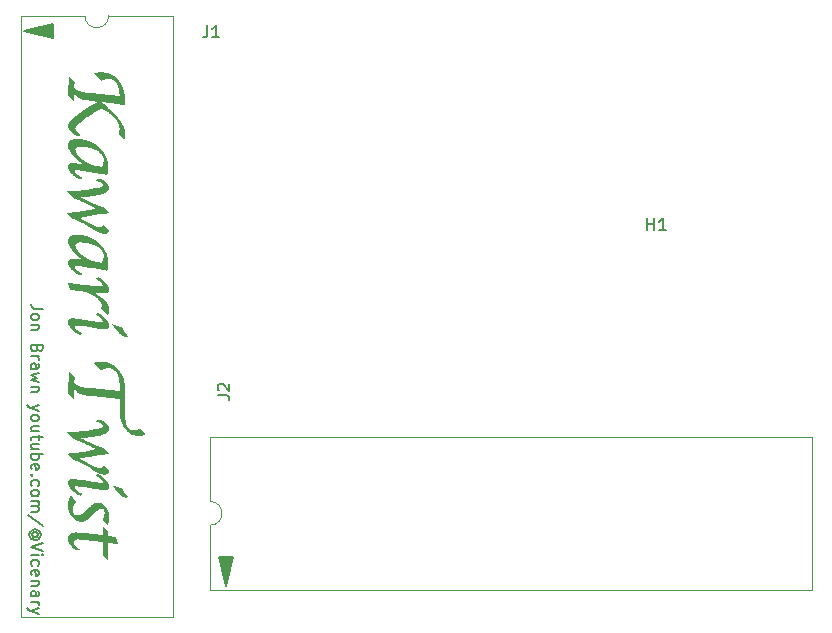
<source format=gto>
G04 #@! TF.GenerationSoftware,KiCad,Pcbnew,7.0.1-0*
G04 #@! TF.CreationDate,2023-11-21T08:42:52-06:00*
G04 #@! TF.ProjectId,kawari_twister,7669635f-7477-4697-9374-65722e6b6963,rev?*
G04 #@! TF.SameCoordinates,Original*
G04 #@! TF.FileFunction,Legend,Top*
G04 #@! TF.FilePolarity,Positive*
%FSLAX46Y46*%
G04 Gerber Fmt 4.6, Leading zero omitted, Abs format (unit mm)*
G04 Created by KiCad (PCBNEW 7.0.1-0) date 2023-11-21 08:42:52*
%MOMM*%
%LPD*%
G01*
G04 APERTURE LIST*
%ADD10C,0.150000*%
%ADD11C,0.635000*%
%ADD12C,0.120000*%
%ADD13R,1.600000X1.600000*%
%ADD14O,1.600000X1.600000*%
%ADD15C,3.200000*%
G04 APERTURE END LIST*
D10*
X108447104Y-98276724D02*
X107818591Y-95816026D01*
X109012391Y-95816026D01*
X108447104Y-98276724D01*
G36*
X108447104Y-98276724D02*
G01*
X107818591Y-95816026D01*
X109012391Y-95816026D01*
X108447104Y-98276724D01*
G37*
X93765030Y-51858913D02*
X91304332Y-51293626D01*
X93765030Y-50665113D01*
X93765030Y-51858913D01*
G36*
X93765030Y-51858913D02*
G01*
X91304332Y-51293626D01*
X93765030Y-50665113D01*
X93765030Y-51858913D01*
G37*
X92943380Y-74761797D02*
X92229095Y-74761797D01*
X92229095Y-74761797D02*
X92086238Y-74714178D01*
X92086238Y-74714178D02*
X91991000Y-74618940D01*
X91991000Y-74618940D02*
X91943380Y-74476083D01*
X91943380Y-74476083D02*
X91943380Y-74380845D01*
X91943380Y-75380845D02*
X91991000Y-75285607D01*
X91991000Y-75285607D02*
X92038619Y-75237988D01*
X92038619Y-75237988D02*
X92133857Y-75190369D01*
X92133857Y-75190369D02*
X92419571Y-75190369D01*
X92419571Y-75190369D02*
X92514809Y-75237988D01*
X92514809Y-75237988D02*
X92562428Y-75285607D01*
X92562428Y-75285607D02*
X92610047Y-75380845D01*
X92610047Y-75380845D02*
X92610047Y-75523702D01*
X92610047Y-75523702D02*
X92562428Y-75618940D01*
X92562428Y-75618940D02*
X92514809Y-75666559D01*
X92514809Y-75666559D02*
X92419571Y-75714178D01*
X92419571Y-75714178D02*
X92133857Y-75714178D01*
X92133857Y-75714178D02*
X92038619Y-75666559D01*
X92038619Y-75666559D02*
X91991000Y-75618940D01*
X91991000Y-75618940D02*
X91943380Y-75523702D01*
X91943380Y-75523702D02*
X91943380Y-75380845D01*
X92610047Y-76142750D02*
X91943380Y-76142750D01*
X92514809Y-76142750D02*
X92562428Y-76190369D01*
X92562428Y-76190369D02*
X92610047Y-76285607D01*
X92610047Y-76285607D02*
X92610047Y-76428464D01*
X92610047Y-76428464D02*
X92562428Y-76523702D01*
X92562428Y-76523702D02*
X92467190Y-76571321D01*
X92467190Y-76571321D02*
X91943380Y-76571321D01*
X92467190Y-78142750D02*
X92419571Y-78285607D01*
X92419571Y-78285607D02*
X92371952Y-78333226D01*
X92371952Y-78333226D02*
X92276714Y-78380845D01*
X92276714Y-78380845D02*
X92133857Y-78380845D01*
X92133857Y-78380845D02*
X92038619Y-78333226D01*
X92038619Y-78333226D02*
X91991000Y-78285607D01*
X91991000Y-78285607D02*
X91943380Y-78190369D01*
X91943380Y-78190369D02*
X91943380Y-77809417D01*
X91943380Y-77809417D02*
X92943380Y-77809417D01*
X92943380Y-77809417D02*
X92943380Y-78142750D01*
X92943380Y-78142750D02*
X92895761Y-78237988D01*
X92895761Y-78237988D02*
X92848142Y-78285607D01*
X92848142Y-78285607D02*
X92752904Y-78333226D01*
X92752904Y-78333226D02*
X92657666Y-78333226D01*
X92657666Y-78333226D02*
X92562428Y-78285607D01*
X92562428Y-78285607D02*
X92514809Y-78237988D01*
X92514809Y-78237988D02*
X92467190Y-78142750D01*
X92467190Y-78142750D02*
X92467190Y-77809417D01*
X91943380Y-78809417D02*
X92610047Y-78809417D01*
X92419571Y-78809417D02*
X92514809Y-78857036D01*
X92514809Y-78857036D02*
X92562428Y-78904655D01*
X92562428Y-78904655D02*
X92610047Y-78999893D01*
X92610047Y-78999893D02*
X92610047Y-79095131D01*
X91943380Y-79857036D02*
X92467190Y-79857036D01*
X92467190Y-79857036D02*
X92562428Y-79809417D01*
X92562428Y-79809417D02*
X92610047Y-79714179D01*
X92610047Y-79714179D02*
X92610047Y-79523703D01*
X92610047Y-79523703D02*
X92562428Y-79428465D01*
X91991000Y-79857036D02*
X91943380Y-79761798D01*
X91943380Y-79761798D02*
X91943380Y-79523703D01*
X91943380Y-79523703D02*
X91991000Y-79428465D01*
X91991000Y-79428465D02*
X92086238Y-79380846D01*
X92086238Y-79380846D02*
X92181476Y-79380846D01*
X92181476Y-79380846D02*
X92276714Y-79428465D01*
X92276714Y-79428465D02*
X92324333Y-79523703D01*
X92324333Y-79523703D02*
X92324333Y-79761798D01*
X92324333Y-79761798D02*
X92371952Y-79857036D01*
X92610047Y-80237989D02*
X91943380Y-80428465D01*
X91943380Y-80428465D02*
X92419571Y-80618941D01*
X92419571Y-80618941D02*
X91943380Y-80809417D01*
X91943380Y-80809417D02*
X92610047Y-80999893D01*
X92610047Y-81380846D02*
X91943380Y-81380846D01*
X92514809Y-81380846D02*
X92562428Y-81428465D01*
X92562428Y-81428465D02*
X92610047Y-81523703D01*
X92610047Y-81523703D02*
X92610047Y-81666560D01*
X92610047Y-81666560D02*
X92562428Y-81761798D01*
X92562428Y-81761798D02*
X92467190Y-81809417D01*
X92467190Y-81809417D02*
X91943380Y-81809417D01*
X92610047Y-82952275D02*
X91943380Y-83190370D01*
X92610047Y-83428465D02*
X91943380Y-83190370D01*
X91943380Y-83190370D02*
X91705285Y-83095132D01*
X91705285Y-83095132D02*
X91657666Y-83047513D01*
X91657666Y-83047513D02*
X91610047Y-82952275D01*
X91943380Y-83952275D02*
X91991000Y-83857037D01*
X91991000Y-83857037D02*
X92038619Y-83809418D01*
X92038619Y-83809418D02*
X92133857Y-83761799D01*
X92133857Y-83761799D02*
X92419571Y-83761799D01*
X92419571Y-83761799D02*
X92514809Y-83809418D01*
X92514809Y-83809418D02*
X92562428Y-83857037D01*
X92562428Y-83857037D02*
X92610047Y-83952275D01*
X92610047Y-83952275D02*
X92610047Y-84095132D01*
X92610047Y-84095132D02*
X92562428Y-84190370D01*
X92562428Y-84190370D02*
X92514809Y-84237989D01*
X92514809Y-84237989D02*
X92419571Y-84285608D01*
X92419571Y-84285608D02*
X92133857Y-84285608D01*
X92133857Y-84285608D02*
X92038619Y-84237989D01*
X92038619Y-84237989D02*
X91991000Y-84190370D01*
X91991000Y-84190370D02*
X91943380Y-84095132D01*
X91943380Y-84095132D02*
X91943380Y-83952275D01*
X92610047Y-85142751D02*
X91943380Y-85142751D01*
X92610047Y-84714180D02*
X92086238Y-84714180D01*
X92086238Y-84714180D02*
X91991000Y-84761799D01*
X91991000Y-84761799D02*
X91943380Y-84857037D01*
X91943380Y-84857037D02*
X91943380Y-84999894D01*
X91943380Y-84999894D02*
X91991000Y-85095132D01*
X91991000Y-85095132D02*
X92038619Y-85142751D01*
X92610047Y-85476085D02*
X92610047Y-85857037D01*
X92943380Y-85618942D02*
X92086238Y-85618942D01*
X92086238Y-85618942D02*
X91991000Y-85666561D01*
X91991000Y-85666561D02*
X91943380Y-85761799D01*
X91943380Y-85761799D02*
X91943380Y-85857037D01*
X92610047Y-86618942D02*
X91943380Y-86618942D01*
X92610047Y-86190371D02*
X92086238Y-86190371D01*
X92086238Y-86190371D02*
X91991000Y-86237990D01*
X91991000Y-86237990D02*
X91943380Y-86333228D01*
X91943380Y-86333228D02*
X91943380Y-86476085D01*
X91943380Y-86476085D02*
X91991000Y-86571323D01*
X91991000Y-86571323D02*
X92038619Y-86618942D01*
X91943380Y-87095133D02*
X92943380Y-87095133D01*
X92562428Y-87095133D02*
X92610047Y-87190371D01*
X92610047Y-87190371D02*
X92610047Y-87380847D01*
X92610047Y-87380847D02*
X92562428Y-87476085D01*
X92562428Y-87476085D02*
X92514809Y-87523704D01*
X92514809Y-87523704D02*
X92419571Y-87571323D01*
X92419571Y-87571323D02*
X92133857Y-87571323D01*
X92133857Y-87571323D02*
X92038619Y-87523704D01*
X92038619Y-87523704D02*
X91991000Y-87476085D01*
X91991000Y-87476085D02*
X91943380Y-87380847D01*
X91943380Y-87380847D02*
X91943380Y-87190371D01*
X91943380Y-87190371D02*
X91991000Y-87095133D01*
X91991000Y-88380847D02*
X91943380Y-88285609D01*
X91943380Y-88285609D02*
X91943380Y-88095133D01*
X91943380Y-88095133D02*
X91991000Y-87999895D01*
X91991000Y-87999895D02*
X92086238Y-87952276D01*
X92086238Y-87952276D02*
X92467190Y-87952276D01*
X92467190Y-87952276D02*
X92562428Y-87999895D01*
X92562428Y-87999895D02*
X92610047Y-88095133D01*
X92610047Y-88095133D02*
X92610047Y-88285609D01*
X92610047Y-88285609D02*
X92562428Y-88380847D01*
X92562428Y-88380847D02*
X92467190Y-88428466D01*
X92467190Y-88428466D02*
X92371952Y-88428466D01*
X92371952Y-88428466D02*
X92276714Y-87952276D01*
X92038619Y-88857038D02*
X91991000Y-88904657D01*
X91991000Y-88904657D02*
X91943380Y-88857038D01*
X91943380Y-88857038D02*
X91991000Y-88809419D01*
X91991000Y-88809419D02*
X92038619Y-88857038D01*
X92038619Y-88857038D02*
X91943380Y-88857038D01*
X91991000Y-89761799D02*
X91943380Y-89666561D01*
X91943380Y-89666561D02*
X91943380Y-89476085D01*
X91943380Y-89476085D02*
X91991000Y-89380847D01*
X91991000Y-89380847D02*
X92038619Y-89333228D01*
X92038619Y-89333228D02*
X92133857Y-89285609D01*
X92133857Y-89285609D02*
X92419571Y-89285609D01*
X92419571Y-89285609D02*
X92514809Y-89333228D01*
X92514809Y-89333228D02*
X92562428Y-89380847D01*
X92562428Y-89380847D02*
X92610047Y-89476085D01*
X92610047Y-89476085D02*
X92610047Y-89666561D01*
X92610047Y-89666561D02*
X92562428Y-89761799D01*
X91943380Y-90333228D02*
X91991000Y-90237990D01*
X91991000Y-90237990D02*
X92038619Y-90190371D01*
X92038619Y-90190371D02*
X92133857Y-90142752D01*
X92133857Y-90142752D02*
X92419571Y-90142752D01*
X92419571Y-90142752D02*
X92514809Y-90190371D01*
X92514809Y-90190371D02*
X92562428Y-90237990D01*
X92562428Y-90237990D02*
X92610047Y-90333228D01*
X92610047Y-90333228D02*
X92610047Y-90476085D01*
X92610047Y-90476085D02*
X92562428Y-90571323D01*
X92562428Y-90571323D02*
X92514809Y-90618942D01*
X92514809Y-90618942D02*
X92419571Y-90666561D01*
X92419571Y-90666561D02*
X92133857Y-90666561D01*
X92133857Y-90666561D02*
X92038619Y-90618942D01*
X92038619Y-90618942D02*
X91991000Y-90571323D01*
X91991000Y-90571323D02*
X91943380Y-90476085D01*
X91943380Y-90476085D02*
X91943380Y-90333228D01*
X91943380Y-91095133D02*
X92610047Y-91095133D01*
X92514809Y-91095133D02*
X92562428Y-91142752D01*
X92562428Y-91142752D02*
X92610047Y-91237990D01*
X92610047Y-91237990D02*
X92610047Y-91380847D01*
X92610047Y-91380847D02*
X92562428Y-91476085D01*
X92562428Y-91476085D02*
X92467190Y-91523704D01*
X92467190Y-91523704D02*
X91943380Y-91523704D01*
X92467190Y-91523704D02*
X92562428Y-91571323D01*
X92562428Y-91571323D02*
X92610047Y-91666561D01*
X92610047Y-91666561D02*
X92610047Y-91809418D01*
X92610047Y-91809418D02*
X92562428Y-91904657D01*
X92562428Y-91904657D02*
X92467190Y-91952276D01*
X92467190Y-91952276D02*
X91943380Y-91952276D01*
X92991000Y-93142751D02*
X91705285Y-92285609D01*
X92419571Y-94095132D02*
X92467190Y-94047513D01*
X92467190Y-94047513D02*
X92514809Y-93952275D01*
X92514809Y-93952275D02*
X92514809Y-93857037D01*
X92514809Y-93857037D02*
X92467190Y-93761799D01*
X92467190Y-93761799D02*
X92419571Y-93714180D01*
X92419571Y-93714180D02*
X92324333Y-93666561D01*
X92324333Y-93666561D02*
X92229095Y-93666561D01*
X92229095Y-93666561D02*
X92133857Y-93714180D01*
X92133857Y-93714180D02*
X92086238Y-93761799D01*
X92086238Y-93761799D02*
X92038619Y-93857037D01*
X92038619Y-93857037D02*
X92038619Y-93952275D01*
X92038619Y-93952275D02*
X92086238Y-94047513D01*
X92086238Y-94047513D02*
X92133857Y-94095132D01*
X92514809Y-94095132D02*
X92133857Y-94095132D01*
X92133857Y-94095132D02*
X92086238Y-94142751D01*
X92086238Y-94142751D02*
X92086238Y-94190370D01*
X92086238Y-94190370D02*
X92133857Y-94285609D01*
X92133857Y-94285609D02*
X92229095Y-94333228D01*
X92229095Y-94333228D02*
X92467190Y-94333228D01*
X92467190Y-94333228D02*
X92610047Y-94237990D01*
X92610047Y-94237990D02*
X92705285Y-94095132D01*
X92705285Y-94095132D02*
X92752904Y-93904656D01*
X92752904Y-93904656D02*
X92705285Y-93714180D01*
X92705285Y-93714180D02*
X92610047Y-93571323D01*
X92610047Y-93571323D02*
X92467190Y-93476085D01*
X92467190Y-93476085D02*
X92276714Y-93428466D01*
X92276714Y-93428466D02*
X92086238Y-93476085D01*
X92086238Y-93476085D02*
X91943380Y-93571323D01*
X91943380Y-93571323D02*
X91848142Y-93714180D01*
X91848142Y-93714180D02*
X91800523Y-93904656D01*
X91800523Y-93904656D02*
X91848142Y-94095132D01*
X91848142Y-94095132D02*
X91943380Y-94237990D01*
X92943380Y-94618942D02*
X91943380Y-94952275D01*
X91943380Y-94952275D02*
X92943380Y-95285608D01*
X91943380Y-95618942D02*
X92610047Y-95618942D01*
X92943380Y-95618942D02*
X92895761Y-95571323D01*
X92895761Y-95571323D02*
X92848142Y-95618942D01*
X92848142Y-95618942D02*
X92895761Y-95666561D01*
X92895761Y-95666561D02*
X92943380Y-95618942D01*
X92943380Y-95618942D02*
X92848142Y-95618942D01*
X91991000Y-96523703D02*
X91943380Y-96428465D01*
X91943380Y-96428465D02*
X91943380Y-96237989D01*
X91943380Y-96237989D02*
X91991000Y-96142751D01*
X91991000Y-96142751D02*
X92038619Y-96095132D01*
X92038619Y-96095132D02*
X92133857Y-96047513D01*
X92133857Y-96047513D02*
X92419571Y-96047513D01*
X92419571Y-96047513D02*
X92514809Y-96095132D01*
X92514809Y-96095132D02*
X92562428Y-96142751D01*
X92562428Y-96142751D02*
X92610047Y-96237989D01*
X92610047Y-96237989D02*
X92610047Y-96428465D01*
X92610047Y-96428465D02*
X92562428Y-96523703D01*
X91991000Y-97333227D02*
X91943380Y-97237989D01*
X91943380Y-97237989D02*
X91943380Y-97047513D01*
X91943380Y-97047513D02*
X91991000Y-96952275D01*
X91991000Y-96952275D02*
X92086238Y-96904656D01*
X92086238Y-96904656D02*
X92467190Y-96904656D01*
X92467190Y-96904656D02*
X92562428Y-96952275D01*
X92562428Y-96952275D02*
X92610047Y-97047513D01*
X92610047Y-97047513D02*
X92610047Y-97237989D01*
X92610047Y-97237989D02*
X92562428Y-97333227D01*
X92562428Y-97333227D02*
X92467190Y-97380846D01*
X92467190Y-97380846D02*
X92371952Y-97380846D01*
X92371952Y-97380846D02*
X92276714Y-96904656D01*
X92610047Y-97809418D02*
X91943380Y-97809418D01*
X92514809Y-97809418D02*
X92562428Y-97857037D01*
X92562428Y-97857037D02*
X92610047Y-97952275D01*
X92610047Y-97952275D02*
X92610047Y-98095132D01*
X92610047Y-98095132D02*
X92562428Y-98190370D01*
X92562428Y-98190370D02*
X92467190Y-98237989D01*
X92467190Y-98237989D02*
X91943380Y-98237989D01*
X91943380Y-99142751D02*
X92467190Y-99142751D01*
X92467190Y-99142751D02*
X92562428Y-99095132D01*
X92562428Y-99095132D02*
X92610047Y-98999894D01*
X92610047Y-98999894D02*
X92610047Y-98809418D01*
X92610047Y-98809418D02*
X92562428Y-98714180D01*
X91991000Y-99142751D02*
X91943380Y-99047513D01*
X91943380Y-99047513D02*
X91943380Y-98809418D01*
X91943380Y-98809418D02*
X91991000Y-98714180D01*
X91991000Y-98714180D02*
X92086238Y-98666561D01*
X92086238Y-98666561D02*
X92181476Y-98666561D01*
X92181476Y-98666561D02*
X92276714Y-98714180D01*
X92276714Y-98714180D02*
X92324333Y-98809418D01*
X92324333Y-98809418D02*
X92324333Y-99047513D01*
X92324333Y-99047513D02*
X92371952Y-99142751D01*
X91943380Y-99618942D02*
X92610047Y-99618942D01*
X92419571Y-99618942D02*
X92514809Y-99666561D01*
X92514809Y-99666561D02*
X92562428Y-99714180D01*
X92562428Y-99714180D02*
X92610047Y-99809418D01*
X92610047Y-99809418D02*
X92610047Y-99904656D01*
X92610047Y-100142752D02*
X91943380Y-100380847D01*
X92610047Y-100618942D02*
X91943380Y-100380847D01*
X91943380Y-100380847D02*
X91705285Y-100285609D01*
X91705285Y-100285609D02*
X91657666Y-100237990D01*
X91657666Y-100237990D02*
X91610047Y-100142752D01*
D11*
G36*
X97878058Y-55495898D02*
G01*
X97257681Y-54858151D01*
X97321090Y-54840190D01*
X97383365Y-54823996D01*
X97444506Y-54809569D01*
X97504513Y-54796908D01*
X97563386Y-54786014D01*
X97621125Y-54776886D01*
X97677729Y-54769525D01*
X97733200Y-54763931D01*
X97787536Y-54760103D01*
X97840738Y-54758042D01*
X97875576Y-54757650D01*
X97932914Y-54758316D01*
X97989536Y-54760315D01*
X98045444Y-54763648D01*
X98100637Y-54768312D01*
X98155115Y-54774310D01*
X98208878Y-54781641D01*
X98261927Y-54790304D01*
X98314260Y-54800301D01*
X98365879Y-54811630D01*
X98416782Y-54824292D01*
X98466971Y-54838287D01*
X98516445Y-54853614D01*
X98565204Y-54870275D01*
X98613248Y-54888268D01*
X98660577Y-54907594D01*
X98707191Y-54928253D01*
X98753091Y-54950245D01*
X98798275Y-54973570D01*
X98842745Y-54998228D01*
X98886499Y-55024218D01*
X98929539Y-55051541D01*
X98971864Y-55080197D01*
X99013474Y-55110186D01*
X99054370Y-55141508D01*
X99094550Y-55174163D01*
X99134015Y-55208150D01*
X99172766Y-55243470D01*
X99210801Y-55280123D01*
X99248122Y-55318109D01*
X99284728Y-55357428D01*
X99320619Y-55398080D01*
X99355795Y-55440064D01*
X99390070Y-55483223D01*
X99423256Y-55527242D01*
X99455355Y-55572121D01*
X99486365Y-55617860D01*
X99516287Y-55664460D01*
X99545122Y-55711920D01*
X99572868Y-55760241D01*
X99599526Y-55809421D01*
X99625096Y-55859462D01*
X99649578Y-55910363D01*
X99672971Y-55962125D01*
X99695277Y-56014746D01*
X99716495Y-56068229D01*
X99736624Y-56122571D01*
X99755666Y-56177773D01*
X99773619Y-56233836D01*
X99790484Y-56290760D01*
X99806261Y-56348543D01*
X99820951Y-56407187D01*
X99834552Y-56466691D01*
X99847065Y-56527055D01*
X99858489Y-56588280D01*
X99868826Y-56650365D01*
X99878075Y-56713310D01*
X99886236Y-56777116D01*
X99893308Y-56841781D01*
X99899293Y-56907308D01*
X99904189Y-56973694D01*
X99907997Y-57040941D01*
X99910717Y-57109048D01*
X99912350Y-57178015D01*
X99912894Y-57247842D01*
X99912894Y-57571679D01*
X99860718Y-57561420D01*
X99809654Y-57551425D01*
X99759703Y-57541694D01*
X99710864Y-57532227D01*
X99616523Y-57514086D01*
X99526631Y-57497001D01*
X99441189Y-57480973D01*
X99360196Y-57466002D01*
X99283652Y-57452087D01*
X99211558Y-57439229D01*
X99143912Y-57427427D01*
X99080716Y-57416682D01*
X99021969Y-57406993D01*
X98967672Y-57398361D01*
X98917824Y-57390786D01*
X98851394Y-57381404D01*
X98794975Y-57374399D01*
X97895428Y-57273898D01*
X98019550Y-57370668D01*
X98139731Y-57466491D01*
X98255971Y-57561367D01*
X98368272Y-57655294D01*
X98476632Y-57748274D01*
X98581051Y-57840307D01*
X98681530Y-57931392D01*
X98778069Y-58021530D01*
X98870668Y-58110720D01*
X98959326Y-58198962D01*
X99044044Y-58286257D01*
X99124821Y-58372605D01*
X99201658Y-58458005D01*
X99274555Y-58542457D01*
X99343511Y-58625962D01*
X99408527Y-58708520D01*
X99469603Y-58790129D01*
X99526738Y-58870792D01*
X99579933Y-58950507D01*
X99629187Y-59029274D01*
X99674502Y-59107094D01*
X99715875Y-59183966D01*
X99753309Y-59259890D01*
X99786802Y-59334868D01*
X99816355Y-59408897D01*
X99841967Y-59481979D01*
X99863639Y-59554114D01*
X99881371Y-59625301D01*
X99895162Y-59695540D01*
X99905013Y-59764832D01*
X99910923Y-59833177D01*
X99912894Y-59900574D01*
X99912196Y-59950962D01*
X99910102Y-60002093D01*
X99906612Y-60053964D01*
X99901727Y-60106578D01*
X99895445Y-60159932D01*
X99887768Y-60214029D01*
X99878695Y-60268867D01*
X99868226Y-60324446D01*
X99856362Y-60380767D01*
X99843101Y-60437830D01*
X99833485Y-60476283D01*
X99350832Y-59953926D01*
X99370897Y-59900554D01*
X99388287Y-59846523D01*
X99403002Y-59791833D01*
X99415041Y-59736484D01*
X99424405Y-59680476D01*
X99431093Y-59623808D01*
X99435106Y-59566481D01*
X99436444Y-59508496D01*
X99434748Y-59453883D01*
X99429659Y-59398921D01*
X99421177Y-59343611D01*
X99409303Y-59287952D01*
X99394036Y-59231943D01*
X99375376Y-59175586D01*
X99353323Y-59118879D01*
X99327878Y-59061824D01*
X99299040Y-59004420D01*
X99266810Y-58946667D01*
X99231187Y-58888565D01*
X99192171Y-58830113D01*
X99149762Y-58771313D01*
X99103961Y-58712164D01*
X99054767Y-58652666D01*
X99002180Y-58592819D01*
X98947170Y-58533670D01*
X98890396Y-58475956D01*
X98831858Y-58419676D01*
X98771555Y-58364831D01*
X98709489Y-58311420D01*
X98645658Y-58259444D01*
X98580062Y-58208903D01*
X98512703Y-58159796D01*
X98443580Y-58112124D01*
X98372692Y-58065887D01*
X98300040Y-58021084D01*
X98225624Y-57977716D01*
X98149443Y-57935782D01*
X98071499Y-57895283D01*
X97991790Y-57856219D01*
X97910317Y-57818589D01*
X97833793Y-57858603D01*
X97757452Y-57899548D01*
X97681296Y-57941424D01*
X97605324Y-57984230D01*
X97529537Y-58027966D01*
X97453933Y-58072633D01*
X97378514Y-58118231D01*
X97303278Y-58164759D01*
X97228227Y-58212218D01*
X97153360Y-58260608D01*
X97078678Y-58309927D01*
X97004179Y-58360178D01*
X96929865Y-58411359D01*
X96855735Y-58463471D01*
X96781789Y-58516513D01*
X96708027Y-58570486D01*
X96199318Y-58947675D01*
X96139369Y-58992589D01*
X96083288Y-59036137D01*
X96031075Y-59078318D01*
X95982729Y-59119132D01*
X95938251Y-59158579D01*
X95897640Y-59196659D01*
X95860897Y-59233373D01*
X95813035Y-59285881D01*
X95773875Y-59335313D01*
X95743417Y-59381671D01*
X95716344Y-59438697D01*
X95704741Y-59490256D01*
X95704257Y-59502292D01*
X95710810Y-59567199D01*
X95724325Y-59615574D01*
X95745212Y-59663687D01*
X95773470Y-59711538D01*
X95809101Y-59759128D01*
X95852103Y-59806456D01*
X95902477Y-59853522D01*
X95960223Y-59900327D01*
X96002816Y-59931384D01*
X96048685Y-59962325D01*
X96097831Y-59993150D01*
X96123632Y-60008519D01*
X96085089Y-60049983D01*
X96049332Y-60084418D01*
X96010103Y-60116465D01*
X95964040Y-60143451D01*
X95925111Y-60152447D01*
X95866699Y-60147484D01*
X95805611Y-60132595D01*
X95758040Y-60114914D01*
X95708963Y-60091650D01*
X95658382Y-60062802D01*
X95606296Y-60028371D01*
X95552705Y-59988357D01*
X95497609Y-59942759D01*
X95460042Y-59909259D01*
X95421806Y-59873277D01*
X95382902Y-59834814D01*
X95344889Y-59795604D01*
X95309329Y-59757073D01*
X95276221Y-59719220D01*
X95231158Y-59663713D01*
X95191613Y-59609733D01*
X95157585Y-59557280D01*
X95129076Y-59506353D01*
X95106084Y-59456953D01*
X95088611Y-59409080D01*
X95073896Y-59347624D01*
X95068991Y-59288882D01*
X95072980Y-59237129D01*
X95084947Y-59182992D01*
X95104891Y-59126469D01*
X95132813Y-59067563D01*
X95168712Y-59006271D01*
X95212589Y-58942596D01*
X95264444Y-58876535D01*
X95324276Y-58808090D01*
X95392086Y-58737260D01*
X95428983Y-58700951D01*
X95467874Y-58664046D01*
X95508760Y-58626545D01*
X95551640Y-58588448D01*
X95596514Y-58549754D01*
X95643383Y-58510464D01*
X95692246Y-58470578D01*
X95743103Y-58430096D01*
X95795955Y-58389018D01*
X95850802Y-58347344D01*
X95907643Y-58305074D01*
X95966478Y-58262207D01*
X96027307Y-58218744D01*
X96090132Y-58174685D01*
X96146762Y-58135614D01*
X96202812Y-58097187D01*
X96258284Y-58059404D01*
X96313176Y-58022267D01*
X96367490Y-57985773D01*
X96421224Y-57949925D01*
X96474379Y-57914721D01*
X96526954Y-57880161D01*
X96578951Y-57846247D01*
X96630368Y-57812977D01*
X96681206Y-57780351D01*
X96731465Y-57748370D01*
X96781145Y-57717034D01*
X96830246Y-57686342D01*
X96878767Y-57656295D01*
X96926710Y-57626893D01*
X96974073Y-57598135D01*
X97020857Y-57570021D01*
X97067061Y-57542553D01*
X97112687Y-57515729D01*
X97157733Y-57489549D01*
X97202201Y-57464015D01*
X97246089Y-57439124D01*
X97289397Y-57414879D01*
X97374278Y-57368321D01*
X97456841Y-57324343D01*
X97537088Y-57282942D01*
X97615018Y-57244120D01*
X97085216Y-57185805D01*
X96694379Y-57139897D01*
X96631730Y-57132050D01*
X96571273Y-57123399D01*
X96513006Y-57113943D01*
X96456929Y-57103682D01*
X96403044Y-57092617D01*
X96351349Y-57080748D01*
X96301845Y-57068074D01*
X96231696Y-57047554D01*
X96166477Y-57025224D01*
X96106186Y-57001084D01*
X96050825Y-56975133D01*
X96000393Y-56947373D01*
X95954889Y-56917802D01*
X95912570Y-56886283D01*
X95871691Y-56852212D01*
X95832251Y-56815589D01*
X95794251Y-56776414D01*
X95757690Y-56734688D01*
X95722568Y-56690410D01*
X95688886Y-56643580D01*
X95656643Y-56594198D01*
X95625840Y-56542264D01*
X95596476Y-56487779D01*
X95577700Y-56450038D01*
X95540478Y-57209379D01*
X95067751Y-56710596D01*
X95153363Y-55086449D01*
X95626090Y-55618733D01*
X95593830Y-56002126D01*
X95627839Y-56050728D01*
X95666278Y-56096966D01*
X95709147Y-56140838D01*
X95756446Y-56182345D01*
X95808175Y-56221487D01*
X95864334Y-56258264D01*
X95924922Y-56292675D01*
X95989941Y-56324722D01*
X96059389Y-56354403D01*
X96133267Y-56381719D01*
X96211575Y-56406670D01*
X96294313Y-56429255D01*
X96381481Y-56449476D01*
X96473079Y-56467331D01*
X96569106Y-56482821D01*
X96618781Y-56489679D01*
X96669563Y-56495946D01*
X97020697Y-56534409D01*
X99436444Y-56797449D01*
X99436444Y-56734170D01*
X99435529Y-56647301D01*
X99432785Y-56563189D01*
X99428211Y-56481834D01*
X99421807Y-56403238D01*
X99413574Y-56327399D01*
X99403511Y-56254319D01*
X99391618Y-56183995D01*
X99377896Y-56116430D01*
X99362344Y-56051623D01*
X99344963Y-55989573D01*
X99325752Y-55930281D01*
X99304711Y-55873746D01*
X99281841Y-55819970D01*
X99257141Y-55768951D01*
X99230611Y-55720690D01*
X99202252Y-55675187D01*
X99172063Y-55632442D01*
X99140045Y-55592454D01*
X99106196Y-55555224D01*
X99033011Y-55489038D01*
X98952508Y-55433882D01*
X98864686Y-55389758D01*
X98818030Y-55371833D01*
X98769545Y-55356665D01*
X98719230Y-55344255D01*
X98667086Y-55334603D01*
X98613112Y-55327708D01*
X98557308Y-55323572D01*
X98499675Y-55322193D01*
X98444034Y-55323719D01*
X98387847Y-55328299D01*
X98331116Y-55335933D01*
X98273839Y-55346620D01*
X98216016Y-55360360D01*
X98157649Y-55377154D01*
X98098736Y-55397001D01*
X98039278Y-55419902D01*
X97979275Y-55445856D01*
X97918726Y-55474864D01*
X97878058Y-55495898D01*
G37*
G36*
X95934062Y-60407492D02*
G01*
X95999532Y-60409564D01*
X96064448Y-60413017D01*
X96128808Y-60417852D01*
X96192614Y-60424068D01*
X96255864Y-60431665D01*
X96318560Y-60440643D01*
X96380701Y-60451003D01*
X96442286Y-60462744D01*
X96503317Y-60475867D01*
X96563793Y-60490370D01*
X96623714Y-60506255D01*
X96683080Y-60523522D01*
X96741891Y-60542169D01*
X96800147Y-60562198D01*
X96857848Y-60583609D01*
X96914994Y-60606400D01*
X96971585Y-60630573D01*
X97027621Y-60656127D01*
X97083103Y-60683063D01*
X97138029Y-60711380D01*
X97192401Y-60741078D01*
X97246217Y-60772157D01*
X97299479Y-60804618D01*
X97352185Y-60838460D01*
X97404337Y-60873683D01*
X97455934Y-60910288D01*
X97506975Y-60948274D01*
X97557462Y-60987641D01*
X97607394Y-61028390D01*
X97656771Y-61070520D01*
X97705593Y-61114031D01*
X97753455Y-61158489D01*
X97799798Y-61203462D01*
X97844621Y-61248948D01*
X97887925Y-61294948D01*
X97929710Y-61341462D01*
X97969975Y-61388489D01*
X98008721Y-61436031D01*
X98045947Y-61484086D01*
X98081654Y-61532654D01*
X98115841Y-61581737D01*
X98148509Y-61631333D01*
X98179658Y-61681443D01*
X98209287Y-61732067D01*
X98237396Y-61783204D01*
X98263986Y-61834855D01*
X98289057Y-61887020D01*
X98312609Y-61939699D01*
X98334640Y-61992891D01*
X98355153Y-62046598D01*
X98374146Y-62100818D01*
X98391619Y-62155551D01*
X98407573Y-62210799D01*
X98422008Y-62266560D01*
X98434923Y-62322835D01*
X98446319Y-62379624D01*
X98456195Y-62436926D01*
X98464552Y-62494742D01*
X98471390Y-62553072D01*
X98476708Y-62611916D01*
X98480506Y-62671274D01*
X98482786Y-62731145D01*
X98483545Y-62791530D01*
X98482640Y-62860213D01*
X98479925Y-62927610D01*
X98475399Y-62993720D01*
X98469063Y-63058544D01*
X98460917Y-63122080D01*
X98450961Y-63184330D01*
X98439194Y-63245293D01*
X98425618Y-63304969D01*
X98410231Y-63363358D01*
X98393033Y-63420461D01*
X98380563Y-63457814D01*
X98332199Y-63444325D01*
X98283887Y-63430754D01*
X98270136Y-63426796D01*
X98091467Y-63384610D01*
X98037839Y-63373081D01*
X97983400Y-63361565D01*
X97933562Y-63351328D01*
X97882381Y-63341789D01*
X97878058Y-63341184D01*
X96374264Y-63117848D01*
X96157132Y-63086829D01*
X96098997Y-63078625D01*
X96044636Y-63071228D01*
X95994047Y-63064637D01*
X95932465Y-63057106D01*
X95877591Y-63051008D01*
X95818431Y-63045404D01*
X95761274Y-63041639D01*
X95731554Y-63040921D01*
X95679973Y-63044651D01*
X95633289Y-63065278D01*
X95624849Y-63088070D01*
X95630574Y-63138946D01*
X95647750Y-63190607D01*
X95676375Y-63243053D01*
X95716451Y-63296284D01*
X95767978Y-63350300D01*
X95808690Y-63386747D01*
X95854491Y-63423543D01*
X95905382Y-63460689D01*
X95961361Y-63498183D01*
X96022429Y-63536026D01*
X96088587Y-63574217D01*
X96159833Y-63612758D01*
X96236168Y-63651648D01*
X96276245Y-63671224D01*
X96248600Y-63714832D01*
X96216147Y-63757406D01*
X96179277Y-63793622D01*
X96133443Y-63818900D01*
X96108743Y-63822596D01*
X96048881Y-63811735D01*
X95999329Y-63792425D01*
X95942060Y-63763461D01*
X95894045Y-63735403D01*
X95841690Y-63701913D01*
X95784995Y-63662993D01*
X95723959Y-63618642D01*
X95680857Y-63586058D01*
X95635827Y-63551060D01*
X95588867Y-63513648D01*
X95525913Y-63461275D01*
X95467021Y-63409309D01*
X95412191Y-63357750D01*
X95361421Y-63306598D01*
X95314714Y-63255853D01*
X95272068Y-63205515D01*
X95233483Y-63155584D01*
X95198960Y-63106061D01*
X95168499Y-63056944D01*
X95142099Y-63008235D01*
X95119760Y-62959933D01*
X95101484Y-62912038D01*
X95081684Y-62840959D01*
X95071022Y-62770796D01*
X95068991Y-62724529D01*
X95072306Y-62671978D01*
X95087040Y-62609950D01*
X95113561Y-62557111D01*
X95151870Y-62513462D01*
X95201965Y-62479002D01*
X95263848Y-62453731D01*
X95317995Y-62440808D01*
X95378773Y-62433055D01*
X95446180Y-62430470D01*
X95496061Y-62431658D01*
X95553423Y-62435220D01*
X95608545Y-62440164D01*
X95658678Y-62445616D01*
X95712627Y-62452281D01*
X95735276Y-62455285D01*
X96010723Y-62490027D01*
X96314708Y-62535934D01*
X96376746Y-62545860D01*
X96317131Y-62508221D01*
X96258021Y-62469128D01*
X96199415Y-62428580D01*
X96141313Y-62386579D01*
X96083715Y-62343123D01*
X96026620Y-62298214D01*
X95970030Y-62251850D01*
X95913945Y-62204033D01*
X95858363Y-62154761D01*
X95803285Y-62104036D01*
X95748711Y-62051856D01*
X95694641Y-61998223D01*
X95641076Y-61943135D01*
X95588014Y-61886594D01*
X95535456Y-61828598D01*
X95483403Y-61769149D01*
X95433220Y-61709578D01*
X95386275Y-61650909D01*
X95342568Y-61593141D01*
X95302098Y-61536275D01*
X95264866Y-61480310D01*
X95230871Y-61425247D01*
X95200114Y-61371085D01*
X95172594Y-61317825D01*
X95158640Y-61287736D01*
X95704257Y-61287736D01*
X95708205Y-61343828D01*
X95720048Y-61402298D01*
X95739786Y-61463144D01*
X95767419Y-61526368D01*
X95802948Y-61591969D01*
X95831020Y-61637024D01*
X95862601Y-61683136D01*
X95897691Y-61730304D01*
X95936290Y-61778528D01*
X95978398Y-61827809D01*
X96024015Y-61878147D01*
X96073141Y-61929542D01*
X96125777Y-61981992D01*
X96153410Y-62008614D01*
X96191927Y-62044764D01*
X96230860Y-62080011D01*
X96270210Y-62114353D01*
X96309978Y-62147792D01*
X96350162Y-62180326D01*
X96390762Y-62211957D01*
X96431780Y-62242684D01*
X96473214Y-62272507D01*
X96515065Y-62301426D01*
X96557333Y-62329441D01*
X96600018Y-62356552D01*
X96643120Y-62382760D01*
X96686638Y-62408063D01*
X96730574Y-62432462D01*
X96774926Y-62455958D01*
X96819695Y-62478550D01*
X96864880Y-62500237D01*
X96910483Y-62521021D01*
X96956502Y-62540901D01*
X97002938Y-62559877D01*
X97049791Y-62577949D01*
X97097061Y-62595117D01*
X97144748Y-62611382D01*
X97192851Y-62626742D01*
X97241372Y-62641199D01*
X97290309Y-62654751D01*
X97339663Y-62667400D01*
X97389433Y-62679145D01*
X97439621Y-62689985D01*
X97490225Y-62699922D01*
X97541246Y-62708955D01*
X97592684Y-62717084D01*
X97931410Y-62769196D01*
X97959127Y-62715649D01*
X97984118Y-62661556D01*
X98006382Y-62606918D01*
X98025921Y-62551735D01*
X98042732Y-62496006D01*
X98056818Y-62439732D01*
X98068178Y-62382913D01*
X98076811Y-62325549D01*
X98082718Y-62267640D01*
X98085898Y-62209185D01*
X98086504Y-62169912D01*
X98084294Y-62112455D01*
X98077664Y-62056092D01*
X98066613Y-62000826D01*
X98051143Y-61946654D01*
X98031252Y-61893578D01*
X98006941Y-61841597D01*
X97978210Y-61790712D01*
X97945058Y-61740922D01*
X97907487Y-61692227D01*
X97865495Y-61644627D01*
X97819083Y-61598123D01*
X97768251Y-61552715D01*
X97712999Y-61508401D01*
X97653326Y-61465183D01*
X97589233Y-61423061D01*
X97520721Y-61382034D01*
X97448892Y-61342819D01*
X97374854Y-61306134D01*
X97298606Y-61271980D01*
X97220148Y-61240355D01*
X97139480Y-61211260D01*
X97056601Y-61184696D01*
X96971513Y-61160661D01*
X96884214Y-61139156D01*
X96794705Y-61120181D01*
X96702986Y-61103736D01*
X96609057Y-61089822D01*
X96512918Y-61078437D01*
X96414569Y-61069582D01*
X96364566Y-61066103D01*
X96314010Y-61063257D01*
X96262902Y-61061043D01*
X96211241Y-61059462D01*
X96159027Y-61058513D01*
X96106261Y-61058197D01*
X96034419Y-61060214D01*
X95969643Y-61066267D01*
X95911933Y-61076354D01*
X95861290Y-61090476D01*
X95804758Y-61115582D01*
X95760789Y-61147861D01*
X95729382Y-61187313D01*
X95710538Y-61233938D01*
X95704257Y-61287736D01*
X95158640Y-61287736D01*
X95148312Y-61265466D01*
X95127268Y-61214008D01*
X95109461Y-61163453D01*
X95094892Y-61113798D01*
X95083560Y-61065045D01*
X95072634Y-60993606D01*
X95068991Y-60924195D01*
X95072113Y-60861542D01*
X95081476Y-60802931D01*
X95097083Y-60748362D01*
X95118932Y-60697835D01*
X95147023Y-60651351D01*
X95181357Y-60608908D01*
X95221934Y-60570508D01*
X95268753Y-60536150D01*
X95321814Y-60505834D01*
X95381118Y-60479560D01*
X95446665Y-60457328D01*
X95518454Y-60439138D01*
X95596486Y-60424991D01*
X95680760Y-60414885D01*
X95771277Y-60408822D01*
X95868037Y-60406801D01*
X95934062Y-60407492D01*
G37*
G36*
X95019361Y-64822643D02*
G01*
X95075340Y-64822531D01*
X95130990Y-64822193D01*
X95186310Y-64821629D01*
X95241301Y-64820840D01*
X95295962Y-64819826D01*
X95350293Y-64818587D01*
X95404295Y-64817122D01*
X95457968Y-64815432D01*
X95511310Y-64813516D01*
X95564323Y-64811375D01*
X95617007Y-64809009D01*
X95669361Y-64806417D01*
X95721385Y-64803600D01*
X95773080Y-64800557D01*
X95824445Y-64797289D01*
X95875481Y-64793796D01*
X95926187Y-64790077D01*
X95976564Y-64786133D01*
X96026611Y-64781964D01*
X96076328Y-64777569D01*
X96174774Y-64768104D01*
X96271902Y-64757737D01*
X96367711Y-64746468D01*
X96462203Y-64734298D01*
X96555375Y-64721226D01*
X96647230Y-64707253D01*
X97389201Y-64591863D01*
X97462279Y-64579795D01*
X97530763Y-64566854D01*
X97594652Y-64553041D01*
X97653946Y-64538356D01*
X97708646Y-64522798D01*
X97758751Y-64506368D01*
X97825294Y-64480086D01*
X97881499Y-64451842D01*
X97927365Y-64421635D01*
X97972440Y-64378306D01*
X97999135Y-64331487D01*
X98007096Y-64294082D01*
X98002307Y-64238345D01*
X97978636Y-64186525D01*
X97936082Y-64138620D01*
X97891775Y-64105261D01*
X97836846Y-64074106D01*
X97771296Y-64045153D01*
X97721695Y-64027074D01*
X97667373Y-64009975D01*
X97608331Y-63993855D01*
X97544567Y-63978714D01*
X97476084Y-63964552D01*
X97440072Y-63957838D01*
X97458834Y-63905294D01*
X97486868Y-63853997D01*
X97520920Y-63815523D01*
X97568257Y-63786847D01*
X97623787Y-63775625D01*
X97632388Y-63775447D01*
X97685790Y-63777727D01*
X97739912Y-63784564D01*
X97794754Y-63795960D01*
X97850315Y-63811914D01*
X97906596Y-63832426D01*
X97963597Y-63857497D01*
X98021317Y-63887126D01*
X98079758Y-63921313D01*
X98138918Y-63960059D01*
X98198797Y-64003363D01*
X98239117Y-64034765D01*
X98278331Y-64067209D01*
X98332410Y-64115402D01*
X98380795Y-64163028D01*
X98423489Y-64210087D01*
X98460490Y-64256579D01*
X98491798Y-64302504D01*
X98517414Y-64347861D01*
X98542714Y-64407456D01*
X98557894Y-64466043D01*
X98562954Y-64523622D01*
X98558384Y-64585083D01*
X98544677Y-64643839D01*
X98521831Y-64699891D01*
X98489846Y-64753239D01*
X98448723Y-64803882D01*
X98398462Y-64851821D01*
X98339062Y-64897055D01*
X98294385Y-64925708D01*
X98245647Y-64953160D01*
X98192847Y-64979410D01*
X98135985Y-65004457D01*
X98075062Y-65028303D01*
X98043078Y-65039775D01*
X97975466Y-65062211D01*
X97902291Y-65084229D01*
X97823552Y-65105831D01*
X97739248Y-65127016D01*
X97649381Y-65147784D01*
X97553949Y-65168135D01*
X97504147Y-65178155D01*
X97452954Y-65188070D01*
X97400370Y-65197881D01*
X97346395Y-65207587D01*
X97291028Y-65217190D01*
X97234271Y-65226688D01*
X97176123Y-65236082D01*
X97116584Y-65245372D01*
X97055654Y-65254558D01*
X96993332Y-65263639D01*
X96929620Y-65272617D01*
X96864517Y-65281490D01*
X96798023Y-65290259D01*
X96730137Y-65298923D01*
X96660861Y-65307484D01*
X96590194Y-65315940D01*
X96518136Y-65324292D01*
X96444687Y-65332540D01*
X96369846Y-65340684D01*
X96293615Y-65348723D01*
X96209244Y-65357408D01*
X96272064Y-65391598D01*
X96334744Y-65425306D01*
X96397283Y-65458531D01*
X96459682Y-65491274D01*
X96521940Y-65523535D01*
X96584058Y-65555313D01*
X96646035Y-65586610D01*
X96707872Y-65617424D01*
X96769568Y-65647756D01*
X96831123Y-65677605D01*
X96892538Y-65706972D01*
X96953812Y-65735858D01*
X97014946Y-65764260D01*
X97075939Y-65792181D01*
X97136792Y-65819619D01*
X97197504Y-65846575D01*
X97258076Y-65873049D01*
X97318507Y-65899041D01*
X97378797Y-65924550D01*
X97438947Y-65949577D01*
X97498956Y-65974122D01*
X97558825Y-65998185D01*
X97618553Y-66021765D01*
X97678141Y-66044863D01*
X97737588Y-66067479D01*
X97796895Y-66089613D01*
X97856061Y-66111264D01*
X97915086Y-66132433D01*
X97973971Y-66153120D01*
X98032716Y-66173325D01*
X98091319Y-66193047D01*
X98149783Y-66212288D01*
X98608861Y-66694941D01*
X98541303Y-66701101D01*
X98476043Y-66707174D01*
X98413079Y-66713159D01*
X98352413Y-66719058D01*
X98294044Y-66724869D01*
X98237973Y-66730593D01*
X98184199Y-66736230D01*
X98132722Y-66741779D01*
X98059815Y-66749940D01*
X97992076Y-66757904D01*
X97929506Y-66765672D01*
X97872106Y-66773244D01*
X97819874Y-66780619D01*
X97803612Y-66783034D01*
X97247755Y-66866165D01*
X96859399Y-66925721D01*
X96074002Y-67060963D01*
X96119910Y-67089500D01*
X96200414Y-67138737D01*
X96279080Y-67186410D01*
X96355906Y-67232520D01*
X96430893Y-67277067D01*
X96504040Y-67320052D01*
X96575349Y-67361473D01*
X96644817Y-67401331D01*
X96712447Y-67439626D01*
X96778237Y-67476357D01*
X96842188Y-67511526D01*
X96904300Y-67545132D01*
X96964572Y-67577175D01*
X97023005Y-67607654D01*
X97079599Y-67636571D01*
X97134353Y-67663925D01*
X97187268Y-67689715D01*
X97238344Y-67713942D01*
X97287580Y-67736607D01*
X97334977Y-67757708D01*
X97424253Y-67795221D01*
X97506172Y-67826483D01*
X97580733Y-67851492D01*
X97647938Y-67870248D01*
X97707785Y-67882753D01*
X97760274Y-67889005D01*
X97783760Y-67889787D01*
X97839467Y-67884001D01*
X97894144Y-67866644D01*
X97947791Y-67837715D01*
X97989967Y-67806240D01*
X98031483Y-67767360D01*
X98072341Y-67721074D01*
X98102552Y-67681500D01*
X98122486Y-67652803D01*
X98571639Y-68132974D01*
X98539425Y-68187300D01*
X98505598Y-68236282D01*
X98470156Y-68279920D01*
X98433101Y-68318215D01*
X98394432Y-68351166D01*
X98340362Y-68386790D01*
X98283423Y-68412913D01*
X98223615Y-68429537D01*
X98160937Y-68436662D01*
X98144820Y-68436959D01*
X98085969Y-68433404D01*
X98020618Y-68422739D01*
X97948768Y-68404963D01*
X97897258Y-68389163D01*
X97842858Y-68370203D01*
X97785571Y-68348083D01*
X97725394Y-68322802D01*
X97662329Y-68294362D01*
X97596375Y-68262761D01*
X97527533Y-68228001D01*
X97455801Y-68190080D01*
X97381182Y-68149000D01*
X97303673Y-68104759D01*
X97223276Y-68057359D01*
X97181995Y-68032473D01*
X96832102Y-67821545D01*
X96377986Y-67559746D01*
X96317577Y-67525131D01*
X96257943Y-67491698D01*
X96199085Y-67459449D01*
X96141002Y-67428381D01*
X96083695Y-67398497D01*
X96027163Y-67369794D01*
X95971407Y-67342275D01*
X95916426Y-67315938D01*
X95862221Y-67290784D01*
X95808791Y-67266812D01*
X95756136Y-67244023D01*
X95704257Y-67222416D01*
X95653154Y-67201992D01*
X95602826Y-67182751D01*
X95553273Y-67164692D01*
X95504496Y-67147816D01*
X95019361Y-66660200D01*
X95107993Y-66653109D01*
X95196459Y-66645485D01*
X95284761Y-66637328D01*
X95372898Y-66628638D01*
X95460871Y-66619415D01*
X95548678Y-66609658D01*
X95636321Y-66599369D01*
X95723799Y-66588546D01*
X95811112Y-66577190D01*
X95898261Y-66565301D01*
X95985244Y-66552879D01*
X96072063Y-66539924D01*
X96158717Y-66526436D01*
X96245206Y-66512414D01*
X96331531Y-66497860D01*
X96417690Y-66482772D01*
X96744009Y-66425697D01*
X97447516Y-66295418D01*
X97245273Y-66184991D01*
X97194357Y-66157284D01*
X97143352Y-66129840D01*
X97092257Y-66102661D01*
X97041072Y-66075747D01*
X96989798Y-66049096D01*
X96938434Y-66022709D01*
X96886980Y-65996587D01*
X96835437Y-65970728D01*
X96783804Y-65945134D01*
X96732081Y-65919804D01*
X96680269Y-65894738D01*
X96628367Y-65869936D01*
X96576375Y-65845399D01*
X96524294Y-65821125D01*
X96472123Y-65797116D01*
X96419862Y-65773371D01*
X96367511Y-65749890D01*
X96315071Y-65726673D01*
X96262542Y-65703720D01*
X96209922Y-65681032D01*
X96157213Y-65658607D01*
X96104415Y-65636447D01*
X96051526Y-65614551D01*
X95998548Y-65592919D01*
X95945481Y-65571551D01*
X95892323Y-65550447D01*
X95839076Y-65529608D01*
X95785740Y-65509032D01*
X95732313Y-65488721D01*
X95678797Y-65468674D01*
X95625192Y-65448891D01*
X95571496Y-65429372D01*
X95019361Y-64822643D01*
G37*
G36*
X95934062Y-68517058D02*
G01*
X95999532Y-68519130D01*
X96064448Y-68522583D01*
X96128808Y-68527418D01*
X96192614Y-68533633D01*
X96255864Y-68541231D01*
X96318560Y-68550209D01*
X96380701Y-68560569D01*
X96442286Y-68572310D01*
X96503317Y-68585433D01*
X96563793Y-68599936D01*
X96623714Y-68615821D01*
X96683080Y-68633088D01*
X96741891Y-68651735D01*
X96800147Y-68671764D01*
X96857848Y-68693175D01*
X96914994Y-68715966D01*
X96971585Y-68740139D01*
X97027621Y-68765693D01*
X97083103Y-68792629D01*
X97138029Y-68820945D01*
X97192401Y-68850644D01*
X97246217Y-68881723D01*
X97299479Y-68914184D01*
X97352185Y-68948026D01*
X97404337Y-68983249D01*
X97455934Y-69019854D01*
X97506975Y-69057840D01*
X97557462Y-69097207D01*
X97607394Y-69137956D01*
X97656771Y-69180086D01*
X97705593Y-69223597D01*
X97753455Y-69268055D01*
X97799798Y-69313028D01*
X97844621Y-69358514D01*
X97887925Y-69404514D01*
X97929710Y-69451028D01*
X97969975Y-69498055D01*
X98008721Y-69545597D01*
X98045947Y-69593651D01*
X98081654Y-69642220D01*
X98115841Y-69691303D01*
X98148509Y-69740899D01*
X98179658Y-69791009D01*
X98209287Y-69841633D01*
X98237396Y-69892770D01*
X98263986Y-69944421D01*
X98289057Y-69996586D01*
X98312609Y-70049265D01*
X98334640Y-70102457D01*
X98355153Y-70156164D01*
X98374146Y-70210384D01*
X98391619Y-70265117D01*
X98407573Y-70320365D01*
X98422008Y-70376126D01*
X98434923Y-70432401D01*
X98446319Y-70489190D01*
X98456195Y-70546492D01*
X98464552Y-70604308D01*
X98471390Y-70662638D01*
X98476708Y-70721482D01*
X98480506Y-70780839D01*
X98482786Y-70840711D01*
X98483545Y-70901096D01*
X98482640Y-70969779D01*
X98479925Y-71037176D01*
X98475399Y-71103286D01*
X98469063Y-71168110D01*
X98460917Y-71231646D01*
X98450961Y-71293896D01*
X98439194Y-71354859D01*
X98425618Y-71414535D01*
X98410231Y-71472924D01*
X98393033Y-71530027D01*
X98380563Y-71567380D01*
X98332199Y-71553891D01*
X98283887Y-71540320D01*
X98270136Y-71536362D01*
X98091467Y-71494176D01*
X98037839Y-71482647D01*
X97983400Y-71471131D01*
X97933562Y-71460894D01*
X97882381Y-71451355D01*
X97878058Y-71450750D01*
X96374264Y-71227414D01*
X96157132Y-71196395D01*
X96098997Y-71188191D01*
X96044636Y-71180794D01*
X95994047Y-71174203D01*
X95932465Y-71166671D01*
X95877591Y-71160574D01*
X95818431Y-71154970D01*
X95761274Y-71151204D01*
X95731554Y-71150487D01*
X95679973Y-71154217D01*
X95633289Y-71174844D01*
X95624849Y-71197636D01*
X95630574Y-71248512D01*
X95647750Y-71300172D01*
X95676375Y-71352619D01*
X95716451Y-71405850D01*
X95767978Y-71459866D01*
X95808690Y-71496313D01*
X95854491Y-71533109D01*
X95905382Y-71570254D01*
X95961361Y-71607748D01*
X96022429Y-71645591D01*
X96088587Y-71683783D01*
X96159833Y-71722324D01*
X96236168Y-71761214D01*
X96276245Y-71780790D01*
X96248600Y-71824398D01*
X96216147Y-71866972D01*
X96179277Y-71903188D01*
X96133443Y-71928466D01*
X96108743Y-71932162D01*
X96048881Y-71921301D01*
X95999329Y-71901991D01*
X95942060Y-71873027D01*
X95894045Y-71844969D01*
X95841690Y-71811479D01*
X95784995Y-71772559D01*
X95723959Y-71728208D01*
X95680857Y-71695624D01*
X95635827Y-71660626D01*
X95588867Y-71623214D01*
X95525913Y-71570841D01*
X95467021Y-71518875D01*
X95412191Y-71467316D01*
X95361421Y-71416164D01*
X95314714Y-71365419D01*
X95272068Y-71315081D01*
X95233483Y-71265150D01*
X95198960Y-71215627D01*
X95168499Y-71166510D01*
X95142099Y-71117801D01*
X95119760Y-71069499D01*
X95101484Y-71021604D01*
X95081684Y-70950525D01*
X95071022Y-70880362D01*
X95068991Y-70834095D01*
X95072306Y-70781543D01*
X95087040Y-70719515D01*
X95113561Y-70666677D01*
X95151870Y-70623028D01*
X95201965Y-70588568D01*
X95263848Y-70563297D01*
X95317995Y-70550374D01*
X95378773Y-70542621D01*
X95446180Y-70540036D01*
X95496061Y-70541224D01*
X95553423Y-70544786D01*
X95608545Y-70549730D01*
X95658678Y-70555182D01*
X95712627Y-70561846D01*
X95735276Y-70564851D01*
X96010723Y-70599593D01*
X96314708Y-70645500D01*
X96376746Y-70655426D01*
X96317131Y-70617787D01*
X96258021Y-70578694D01*
X96199415Y-70538146D01*
X96141313Y-70496145D01*
X96083715Y-70452689D01*
X96026620Y-70407780D01*
X95970030Y-70361416D01*
X95913945Y-70313599D01*
X95858363Y-70264327D01*
X95803285Y-70213602D01*
X95748711Y-70161422D01*
X95694641Y-70107789D01*
X95641076Y-70052701D01*
X95588014Y-69996160D01*
X95535456Y-69938164D01*
X95483403Y-69878715D01*
X95433220Y-69819144D01*
X95386275Y-69760475D01*
X95342568Y-69702707D01*
X95302098Y-69645841D01*
X95264866Y-69589876D01*
X95230871Y-69534813D01*
X95200114Y-69480651D01*
X95172594Y-69427390D01*
X95158640Y-69397302D01*
X95704257Y-69397302D01*
X95708205Y-69453394D01*
X95720048Y-69511864D01*
X95739786Y-69572710D01*
X95767419Y-69635934D01*
X95802948Y-69701535D01*
X95831020Y-69746590D01*
X95862601Y-69792702D01*
X95897691Y-69839870D01*
X95936290Y-69888094D01*
X95978398Y-69937375D01*
X96024015Y-69987713D01*
X96073141Y-70039108D01*
X96125777Y-70091558D01*
X96153410Y-70118180D01*
X96191927Y-70154330D01*
X96230860Y-70189577D01*
X96270210Y-70223919D01*
X96309978Y-70257358D01*
X96350162Y-70289892D01*
X96390762Y-70321523D01*
X96431780Y-70352250D01*
X96473214Y-70382073D01*
X96515065Y-70410992D01*
X96557333Y-70439007D01*
X96600018Y-70466118D01*
X96643120Y-70492325D01*
X96686638Y-70517629D01*
X96730574Y-70542028D01*
X96774926Y-70565524D01*
X96819695Y-70588116D01*
X96864880Y-70609803D01*
X96910483Y-70630587D01*
X96956502Y-70650467D01*
X97002938Y-70669443D01*
X97049791Y-70687515D01*
X97097061Y-70704683D01*
X97144748Y-70720948D01*
X97192851Y-70736308D01*
X97241372Y-70750765D01*
X97290309Y-70764317D01*
X97339663Y-70776966D01*
X97389433Y-70788711D01*
X97439621Y-70799551D01*
X97490225Y-70809488D01*
X97541246Y-70818521D01*
X97592684Y-70826650D01*
X97931410Y-70878762D01*
X97959127Y-70825215D01*
X97984118Y-70771122D01*
X98006382Y-70716484D01*
X98025921Y-70661301D01*
X98042732Y-70605572D01*
X98056818Y-70549298D01*
X98068178Y-70492479D01*
X98076811Y-70435115D01*
X98082718Y-70377206D01*
X98085898Y-70318751D01*
X98086504Y-70279478D01*
X98084294Y-70222021D01*
X98077664Y-70165658D01*
X98066613Y-70110391D01*
X98051143Y-70056220D01*
X98031252Y-70003144D01*
X98006941Y-69951163D01*
X97978210Y-69900278D01*
X97945058Y-69850487D01*
X97907487Y-69801793D01*
X97865495Y-69754193D01*
X97819083Y-69707689D01*
X97768251Y-69662281D01*
X97712999Y-69617967D01*
X97653326Y-69574749D01*
X97589233Y-69532627D01*
X97520721Y-69491600D01*
X97448892Y-69452385D01*
X97374854Y-69415700D01*
X97298606Y-69381546D01*
X97220148Y-69349921D01*
X97139480Y-69320826D01*
X97056601Y-69294262D01*
X96971513Y-69270227D01*
X96884214Y-69248722D01*
X96794705Y-69229747D01*
X96702986Y-69213302D01*
X96609057Y-69199387D01*
X96512918Y-69188003D01*
X96414569Y-69179148D01*
X96364566Y-69175669D01*
X96314010Y-69172823D01*
X96262902Y-69170609D01*
X96211241Y-69169028D01*
X96159027Y-69168079D01*
X96106261Y-69167763D01*
X96034419Y-69169780D01*
X95969643Y-69175833D01*
X95911933Y-69185920D01*
X95861290Y-69200042D01*
X95804758Y-69225148D01*
X95760789Y-69257427D01*
X95729382Y-69296879D01*
X95710538Y-69343504D01*
X95704257Y-69397302D01*
X95158640Y-69397302D01*
X95148312Y-69375032D01*
X95127268Y-69323574D01*
X95109461Y-69273018D01*
X95094892Y-69223364D01*
X95083560Y-69174611D01*
X95072634Y-69103172D01*
X95068991Y-69033761D01*
X95072113Y-68971108D01*
X95081476Y-68912497D01*
X95097083Y-68857928D01*
X95118932Y-68807401D01*
X95147023Y-68760917D01*
X95181357Y-68718474D01*
X95221934Y-68680074D01*
X95268753Y-68645716D01*
X95321814Y-68615400D01*
X95381118Y-68589126D01*
X95446665Y-68566894D01*
X95518454Y-68548704D01*
X95596486Y-68534557D01*
X95680760Y-68524451D01*
X95771277Y-68518388D01*
X95868037Y-68516367D01*
X95934062Y-68517058D01*
G37*
G36*
X97252718Y-73403696D02*
G01*
X97333328Y-73446818D01*
X97411379Y-73490108D01*
X97486871Y-73533564D01*
X97559804Y-73577188D01*
X97630178Y-73620979D01*
X97697993Y-73664937D01*
X97763249Y-73709063D01*
X97825946Y-73753356D01*
X97886084Y-73797816D01*
X97943662Y-73842443D01*
X97998682Y-73887237D01*
X98051143Y-73932199D01*
X98101044Y-73977327D01*
X98148387Y-74022623D01*
X98193170Y-74068087D01*
X98235395Y-74113717D01*
X98275060Y-74159515D01*
X98312166Y-74205480D01*
X98346713Y-74251612D01*
X98378702Y-74297911D01*
X98408131Y-74344377D01*
X98435001Y-74391011D01*
X98459312Y-74437812D01*
X98481064Y-74484780D01*
X98500257Y-74531915D01*
X98516891Y-74579218D01*
X98542481Y-74674324D01*
X98557835Y-74770100D01*
X98562954Y-74866544D01*
X98561151Y-74918482D01*
X98555742Y-74971931D01*
X98546727Y-75026892D01*
X98534106Y-75083366D01*
X98517879Y-75141352D01*
X98498047Y-75200850D01*
X98474608Y-75261860D01*
X98454663Y-75308610D01*
X98447563Y-75324382D01*
X97854483Y-74772247D01*
X97879361Y-74722636D01*
X97899092Y-74670583D01*
X97913676Y-74616087D01*
X97923112Y-74559148D01*
X97927402Y-74499766D01*
X97927688Y-74479429D01*
X97922584Y-74414762D01*
X97907273Y-74349179D01*
X97881756Y-74282680D01*
X97859073Y-74237838D01*
X97831854Y-74192590D01*
X97800098Y-74146934D01*
X97763806Y-74100871D01*
X97722978Y-74054401D01*
X97677613Y-74007524D01*
X97627711Y-73960239D01*
X97573273Y-73912548D01*
X97514299Y-73864449D01*
X97450788Y-73815943D01*
X97382740Y-73767031D01*
X97347015Y-73742422D01*
X97274232Y-73694376D01*
X97201052Y-73648880D01*
X97127474Y-73605934D01*
X97053499Y-73565537D01*
X96979127Y-73527689D01*
X96904357Y-73492390D01*
X96829189Y-73459641D01*
X96753625Y-73429441D01*
X96677662Y-73401791D01*
X96601303Y-73376690D01*
X96524546Y-73354138D01*
X96447391Y-73334136D01*
X96369839Y-73316683D01*
X96291890Y-73301780D01*
X96213543Y-73289425D01*
X96134799Y-73279620D01*
X95253864Y-73182842D01*
X95051621Y-72583558D01*
X95216641Y-72600928D01*
X95443699Y-72624503D01*
X95688127Y-72653040D01*
X97324681Y-72834190D01*
X97505831Y-72855283D01*
X97555210Y-72861099D01*
X97613606Y-72867278D01*
X97668307Y-72872246D01*
X97719313Y-72876002D01*
X97775641Y-72878910D01*
X97826647Y-72880074D01*
X97834631Y-72880098D01*
X97884316Y-72878159D01*
X97939727Y-72868931D01*
X97986717Y-72845899D01*
X98007096Y-72800690D01*
X97998081Y-72736616D01*
X97979488Y-72687925D01*
X97950753Y-72638689D01*
X97911877Y-72588907D01*
X97862858Y-72538580D01*
X97824545Y-72504726D01*
X97781725Y-72470630D01*
X97734397Y-72436291D01*
X97682561Y-72401710D01*
X97626218Y-72366886D01*
X97565368Y-72331820D01*
X97500011Y-72296512D01*
X97430145Y-72260962D01*
X97463424Y-72219619D01*
X97502159Y-72179605D01*
X97545696Y-72146153D01*
X97593271Y-72125371D01*
X97627425Y-72121997D01*
X97685605Y-72130721D01*
X97747856Y-72151310D01*
X97797216Y-72174538D01*
X97848866Y-72204440D01*
X97902806Y-72241015D01*
X97959036Y-72284265D01*
X97997795Y-72316805D01*
X98037572Y-72352312D01*
X98078367Y-72390785D01*
X98120179Y-72432224D01*
X98163009Y-72476630D01*
X98206857Y-72524001D01*
X98249978Y-72572245D01*
X98290317Y-72619268D01*
X98327874Y-72665069D01*
X98362649Y-72709649D01*
X98394642Y-72753008D01*
X98423853Y-72795145D01*
X98462454Y-72856061D01*
X98494795Y-72914228D01*
X98520876Y-72969648D01*
X98540698Y-73022319D01*
X98554260Y-73072243D01*
X98562606Y-73134532D01*
X98562954Y-73149341D01*
X98559159Y-73209432D01*
X98547774Y-73263612D01*
X98528799Y-73311881D01*
X98502234Y-73354240D01*
X98468080Y-73390688D01*
X98426335Y-73421226D01*
X98377000Y-73445854D01*
X98320076Y-73464570D01*
X98255562Y-73477376D01*
X98183457Y-73484272D01*
X98131171Y-73485586D01*
X98078672Y-73484500D01*
X98025992Y-73481769D01*
X97975829Y-73478105D01*
X97921042Y-73473219D01*
X97871854Y-73468215D01*
X97626185Y-73443400D01*
X97332126Y-73412381D01*
X97252718Y-73403696D01*
G37*
G36*
X96276245Y-76833139D02*
G01*
X96248661Y-76876747D01*
X96216440Y-76919320D01*
X96180062Y-76955537D01*
X96135209Y-76980815D01*
X96111224Y-76984511D01*
X96061830Y-76976877D01*
X96013722Y-76959778D01*
X95957976Y-76932908D01*
X95911153Y-76906343D01*
X95860034Y-76874283D01*
X95804618Y-76836725D01*
X95744905Y-76793672D01*
X95702710Y-76761917D01*
X95658605Y-76727718D01*
X95612590Y-76691077D01*
X95588867Y-76671841D01*
X95525913Y-76619472D01*
X95467021Y-76567521D01*
X95412191Y-76515986D01*
X95361421Y-76464868D01*
X95314714Y-76414166D01*
X95272068Y-76363882D01*
X95233483Y-76314014D01*
X95198960Y-76264564D01*
X95168499Y-76215530D01*
X95142099Y-76166912D01*
X95119760Y-76118712D01*
X95101484Y-76070928D01*
X95081684Y-76000035D01*
X95071022Y-75930079D01*
X95068991Y-75883962D01*
X95072274Y-75831411D01*
X95086862Y-75769383D01*
X95113122Y-75716544D01*
X95151052Y-75672895D01*
X95200653Y-75638435D01*
X95261925Y-75613164D01*
X95315538Y-75600242D01*
X95375716Y-75592488D01*
X95442458Y-75589904D01*
X95501733Y-75592448D01*
X95569742Y-75598148D01*
X95632759Y-75604560D01*
X95706070Y-75612804D01*
X95760663Y-75619318D01*
X95819831Y-75626647D01*
X95883575Y-75634789D01*
X95951894Y-75643746D01*
X96024788Y-75653517D01*
X96102258Y-75664102D01*
X96184303Y-75675501D01*
X96270923Y-75687715D01*
X96315949Y-75694127D01*
X97251477Y-75830610D01*
X97488461Y-75865351D01*
X97678296Y-75893888D01*
X97727541Y-75900657D01*
X97779459Y-75906357D01*
X97832305Y-75910173D01*
X97874335Y-75911259D01*
X97926065Y-75908468D01*
X97977925Y-75894801D01*
X98007096Y-75852944D01*
X97998062Y-75789646D01*
X97979429Y-75740518D01*
X97950632Y-75689973D01*
X97911672Y-75638011D01*
X97862548Y-75584631D01*
X97824153Y-75548256D01*
X97781240Y-75511252D01*
X97733810Y-75473617D01*
X97681863Y-75435352D01*
X97625399Y-75396458D01*
X97564418Y-75356933D01*
X97498920Y-75316778D01*
X97428905Y-75275993D01*
X97466564Y-75236778D01*
X97508073Y-75201283D01*
X97552314Y-75174238D01*
X97602816Y-75160716D01*
X97607573Y-75160603D01*
X97666470Y-75166923D01*
X97729632Y-75185883D01*
X97779803Y-75208399D01*
X97832373Y-75238024D01*
X97887341Y-75274760D01*
X97944709Y-75318605D01*
X97984287Y-75351786D01*
X98024932Y-75388126D01*
X98066642Y-75427627D01*
X98109419Y-75470287D01*
X98153263Y-75516108D01*
X98198172Y-75565089D01*
X98242345Y-75615189D01*
X98283668Y-75664058D01*
X98322141Y-75711696D01*
X98357764Y-75758103D01*
X98390537Y-75803279D01*
X98420461Y-75847224D01*
X98447534Y-75889938D01*
X98482801Y-75951701D01*
X98511656Y-76010694D01*
X98534099Y-76066917D01*
X98550129Y-76120370D01*
X98559747Y-76171053D01*
X98562954Y-76218966D01*
X98559464Y-76272848D01*
X98548995Y-76321430D01*
X98524180Y-76377962D01*
X98486957Y-76425072D01*
X98437327Y-76462759D01*
X98391962Y-76484842D01*
X98339618Y-76501625D01*
X98280294Y-76513108D01*
X98213992Y-76519291D01*
X98165912Y-76520469D01*
X98114048Y-76518212D01*
X98057967Y-76513335D01*
X97998934Y-76506981D01*
X97942010Y-76500153D01*
X97891410Y-76493687D01*
X97878058Y-76491932D01*
X97647277Y-76460913D01*
X97595398Y-76453759D01*
X97545904Y-76446911D01*
X97492663Y-76439538D01*
X97442219Y-76432549D01*
X97384795Y-76424590D01*
X97369349Y-76422449D01*
X96384190Y-76279763D01*
X96163336Y-76245022D01*
X96104736Y-76236817D01*
X96049909Y-76229420D01*
X95998855Y-76222830D01*
X95936652Y-76215298D01*
X95881158Y-76209201D01*
X95821222Y-76203597D01*
X95763135Y-76199831D01*
X95732794Y-76199114D01*
X95680614Y-76202843D01*
X95633388Y-76223471D01*
X95624849Y-76246262D01*
X95630574Y-76297171D01*
X95647750Y-76348930D01*
X95676375Y-76401540D01*
X95716451Y-76455000D01*
X95767978Y-76509311D01*
X95808690Y-76545990D01*
X95854491Y-76583048D01*
X95905382Y-76620484D01*
X95961361Y-76658298D01*
X96022429Y-76696490D01*
X96088587Y-76735060D01*
X96159833Y-76774008D01*
X96236168Y-76813334D01*
X96276245Y-76833139D01*
G37*
G36*
X98822271Y-76067594D02*
G01*
X99688317Y-76411283D01*
X99709851Y-76460603D01*
X99732577Y-76508992D01*
X99756496Y-76556451D01*
X99781606Y-76602979D01*
X99807909Y-76648577D01*
X99835405Y-76693244D01*
X99864092Y-76736981D01*
X99893972Y-76779787D01*
X99925044Y-76821662D01*
X99957309Y-76862607D01*
X99990765Y-76902621D01*
X100025414Y-76941705D01*
X100061256Y-76979858D01*
X100098289Y-77017081D01*
X100136515Y-77053373D01*
X100175933Y-77088734D01*
X100133143Y-77116291D01*
X100088457Y-77139497D01*
X100038923Y-77156073D01*
X100008432Y-77159457D01*
X99945056Y-77155192D01*
X99880246Y-77142397D01*
X99814002Y-77121071D01*
X99746322Y-77091216D01*
X99677209Y-77052830D01*
X99606660Y-77005914D01*
X99534677Y-76950468D01*
X99461259Y-76886491D01*
X99424012Y-76851304D01*
X99386407Y-76813985D01*
X99348443Y-76774533D01*
X99310120Y-76732948D01*
X99271438Y-76689231D01*
X99232398Y-76643381D01*
X99193000Y-76595399D01*
X99153242Y-76545284D01*
X99113126Y-76493037D01*
X99072651Y-76438657D01*
X99031818Y-76382144D01*
X98990626Y-76323499D01*
X98949075Y-76262722D01*
X98907166Y-76199812D01*
X98864898Y-76134769D01*
X98822271Y-76067594D01*
G37*
G36*
X97878058Y-79988375D02*
G01*
X97257681Y-79350628D01*
X97321025Y-79332667D01*
X97383103Y-79316473D01*
X97443917Y-79302046D01*
X97503466Y-79289385D01*
X97561750Y-79278491D01*
X97618769Y-79269364D01*
X97674523Y-79262003D01*
X97729012Y-79256408D01*
X97782236Y-79252581D01*
X97834195Y-79250520D01*
X97868132Y-79250127D01*
X97929259Y-79250923D01*
X97989653Y-79253311D01*
X98049312Y-79257292D01*
X98108237Y-79262864D01*
X98166427Y-79270029D01*
X98223884Y-79278786D01*
X98280606Y-79289134D01*
X98336594Y-79301076D01*
X98391847Y-79314609D01*
X98446366Y-79329734D01*
X98500151Y-79346451D01*
X98553202Y-79364761D01*
X98605518Y-79384663D01*
X98657101Y-79406157D01*
X98707948Y-79429243D01*
X98758062Y-79453921D01*
X98807441Y-79480191D01*
X98856086Y-79508054D01*
X98903997Y-79537508D01*
X98951174Y-79568555D01*
X98997616Y-79601194D01*
X99043324Y-79635425D01*
X99088298Y-79671248D01*
X99132537Y-79708663D01*
X99176042Y-79747670D01*
X99218813Y-79788270D01*
X99260850Y-79830462D01*
X99302152Y-79874246D01*
X99342720Y-79919622D01*
X99382554Y-79966590D01*
X99421653Y-80015150D01*
X99460018Y-80065302D01*
X99514859Y-80142917D01*
X99566161Y-80224080D01*
X99613925Y-80308790D01*
X99658151Y-80397049D01*
X99678938Y-80442508D01*
X99698839Y-80488855D01*
X99717857Y-80536088D01*
X99735989Y-80584209D01*
X99753237Y-80633216D01*
X99769601Y-80683110D01*
X99785080Y-80733892D01*
X99799675Y-80785560D01*
X99813385Y-80838115D01*
X99826210Y-80891557D01*
X99838151Y-80945886D01*
X99849208Y-81001102D01*
X99859380Y-81057205D01*
X99868667Y-81114195D01*
X99877070Y-81172071D01*
X99884589Y-81230835D01*
X99891223Y-81290486D01*
X99896972Y-81351024D01*
X99901837Y-81412448D01*
X99905817Y-81474760D01*
X99908913Y-81537958D01*
X99911125Y-81602043D01*
X99912451Y-81667016D01*
X99912894Y-81732875D01*
X99912894Y-83816101D01*
X99913641Y-83893352D01*
X99915884Y-83968151D01*
X99919622Y-84040498D01*
X99924855Y-84110392D01*
X99931584Y-84177834D01*
X99939807Y-84242823D01*
X99949526Y-84305360D01*
X99960740Y-84365444D01*
X99973449Y-84423076D01*
X99987654Y-84478256D01*
X100003353Y-84530983D01*
X100020548Y-84581258D01*
X100039238Y-84629080D01*
X100059424Y-84674450D01*
X100104280Y-84757833D01*
X100155117Y-84831405D01*
X100211935Y-84895169D01*
X100274733Y-84949122D01*
X100343513Y-84993266D01*
X100418273Y-85027600D01*
X100499014Y-85052124D01*
X100585736Y-85066838D01*
X100678439Y-85071743D01*
X100728369Y-85069933D01*
X100778125Y-85064502D01*
X100827707Y-85055451D01*
X100877114Y-85042779D01*
X100926347Y-85026487D01*
X100975405Y-85006575D01*
X101024289Y-84983041D01*
X101072998Y-84955888D01*
X101121533Y-84925114D01*
X101169893Y-84890719D01*
X101202037Y-84865778D01*
X101679727Y-85363320D01*
X101631283Y-85397024D01*
X101581334Y-85427413D01*
X101529880Y-85454487D01*
X101476922Y-85478245D01*
X101422458Y-85498689D01*
X101366490Y-85515817D01*
X101309016Y-85529630D01*
X101250038Y-85540128D01*
X101189555Y-85547311D01*
X101127567Y-85551178D01*
X101085406Y-85551915D01*
X100998514Y-85549443D01*
X100913406Y-85542028D01*
X100830082Y-85529669D01*
X100748541Y-85512366D01*
X100668784Y-85490120D01*
X100590810Y-85462930D01*
X100514620Y-85430796D01*
X100440214Y-85393719D01*
X100367591Y-85351698D01*
X100296752Y-85304734D01*
X100227696Y-85252825D01*
X100160424Y-85195974D01*
X100094935Y-85134178D01*
X100031230Y-85067439D01*
X99969309Y-84995757D01*
X99909171Y-84919131D01*
X99851927Y-84839044D01*
X99798376Y-84756669D01*
X99748518Y-84672007D01*
X99702353Y-84585058D01*
X99659882Y-84495820D01*
X99621103Y-84404295D01*
X99603099Y-84357675D01*
X99586018Y-84310483D01*
X99569860Y-84262719D01*
X99554626Y-84214382D01*
X99540315Y-84165474D01*
X99526927Y-84115995D01*
X99514463Y-84065943D01*
X99502921Y-84015319D01*
X99492304Y-83964123D01*
X99482609Y-83912356D01*
X99473838Y-83860016D01*
X99465990Y-83807105D01*
X99459065Y-83753622D01*
X99453063Y-83699567D01*
X99447985Y-83644940D01*
X99443831Y-83589741D01*
X99440599Y-83533970D01*
X99438291Y-83477627D01*
X99436906Y-83420712D01*
X99436444Y-83363225D01*
X99436444Y-82428938D01*
X97088938Y-82170861D01*
X96696860Y-82128676D01*
X96634057Y-82120683D01*
X96573444Y-82111906D01*
X96515022Y-82102343D01*
X96458790Y-82091996D01*
X96404750Y-82080863D01*
X96352900Y-82068945D01*
X96303241Y-82056242D01*
X96232859Y-82035715D01*
X96167407Y-82013421D01*
X96106884Y-81989361D01*
X96051290Y-81963534D01*
X96000625Y-81935941D01*
X95954889Y-81906581D01*
X95912581Y-81875061D01*
X95871735Y-81840990D01*
X95832349Y-81804368D01*
X95794425Y-81765193D01*
X95757962Y-81723467D01*
X95722961Y-81679188D01*
X95689420Y-81632358D01*
X95657341Y-81582977D01*
X95626723Y-81531043D01*
X95597567Y-81476558D01*
X95578941Y-81438817D01*
X95541718Y-82386752D01*
X95067751Y-81887969D01*
X95153363Y-80070265D01*
X95626090Y-80606271D01*
X95593830Y-80989664D01*
X95627834Y-81037976D01*
X95666259Y-81083961D01*
X95709104Y-81127620D01*
X95756369Y-81168953D01*
X95808054Y-81207959D01*
X95864159Y-81244639D01*
X95924685Y-81278992D01*
X95989630Y-81311019D01*
X96058996Y-81340719D01*
X96132782Y-81368094D01*
X96210989Y-81393141D01*
X96293615Y-81415863D01*
X96380662Y-81436257D01*
X96472129Y-81454326D01*
X96568016Y-81470068D01*
X96617617Y-81477067D01*
X96668323Y-81483484D01*
X97020697Y-81518225D01*
X99436444Y-81786228D01*
X99436444Y-81237814D01*
X99435523Y-81150258D01*
X99432761Y-81065481D01*
X99428156Y-80983483D01*
X99421710Y-80904265D01*
X99413422Y-80827827D01*
X99403293Y-80754168D01*
X99391321Y-80683288D01*
X99377508Y-80615189D01*
X99361854Y-80549869D01*
X99344357Y-80487328D01*
X99325019Y-80427567D01*
X99303839Y-80370586D01*
X99280817Y-80316384D01*
X99255953Y-80264962D01*
X99229248Y-80216319D01*
X99200701Y-80170456D01*
X99170312Y-80127373D01*
X99138082Y-80087069D01*
X99104009Y-80049544D01*
X99068095Y-80014800D01*
X98990742Y-79953649D01*
X98906022Y-79903617D01*
X98860899Y-79882770D01*
X98813935Y-79864702D01*
X98765129Y-79849415D01*
X98714481Y-79836907D01*
X98661991Y-79827178D01*
X98607659Y-79820229D01*
X98551486Y-79816060D01*
X98493471Y-79814670D01*
X98438939Y-79816197D01*
X98383752Y-79820777D01*
X98327911Y-79828410D01*
X98271415Y-79839097D01*
X98214265Y-79852838D01*
X98156461Y-79869631D01*
X98098003Y-79889479D01*
X98038890Y-79912379D01*
X97979123Y-79938333D01*
X97918702Y-79967341D01*
X97878058Y-79988375D01*
G37*
G36*
X95019361Y-85210708D02*
G01*
X95075340Y-85210595D01*
X95130990Y-85210257D01*
X95186310Y-85209693D01*
X95241301Y-85208905D01*
X95295962Y-85207891D01*
X95350293Y-85206651D01*
X95404295Y-85205186D01*
X95457968Y-85203496D01*
X95511310Y-85201580D01*
X95564323Y-85199439D01*
X95617007Y-85197073D01*
X95669361Y-85194481D01*
X95721385Y-85191664D01*
X95773080Y-85188621D01*
X95824445Y-85185353D01*
X95875481Y-85181860D01*
X95926187Y-85178142D01*
X95976564Y-85174198D01*
X96026611Y-85170028D01*
X96076328Y-85165633D01*
X96174774Y-85156168D01*
X96271902Y-85145801D01*
X96367711Y-85134532D01*
X96462203Y-85122362D01*
X96555375Y-85109291D01*
X96647230Y-85095318D01*
X97389201Y-84979927D01*
X97462279Y-84967859D01*
X97530763Y-84954919D01*
X97594652Y-84941105D01*
X97653946Y-84926420D01*
X97708646Y-84910862D01*
X97758751Y-84894432D01*
X97825294Y-84868151D01*
X97881499Y-84839906D01*
X97927365Y-84809699D01*
X97972440Y-84766370D01*
X97999135Y-84719551D01*
X98007096Y-84682147D01*
X98002307Y-84626410D01*
X97978636Y-84574589D01*
X97936082Y-84526684D01*
X97891775Y-84493325D01*
X97836846Y-84462170D01*
X97771296Y-84433217D01*
X97721695Y-84415139D01*
X97667373Y-84398039D01*
X97608331Y-84381919D01*
X97544567Y-84366778D01*
X97476084Y-84352616D01*
X97440072Y-84345902D01*
X97458834Y-84293358D01*
X97486868Y-84242061D01*
X97520920Y-84203588D01*
X97568257Y-84174911D01*
X97623787Y-84163690D01*
X97632388Y-84163512D01*
X97685790Y-84165791D01*
X97739912Y-84172628D01*
X97794754Y-84184024D01*
X97850315Y-84199978D01*
X97906596Y-84220491D01*
X97963597Y-84245561D01*
X98021317Y-84275190D01*
X98079758Y-84309378D01*
X98138918Y-84348123D01*
X98198797Y-84391427D01*
X98239117Y-84422829D01*
X98278331Y-84455273D01*
X98332410Y-84503466D01*
X98380795Y-84551092D01*
X98423489Y-84598151D01*
X98460490Y-84644643D01*
X98491798Y-84690568D01*
X98517414Y-84735926D01*
X98542714Y-84795520D01*
X98557894Y-84854107D01*
X98562954Y-84911686D01*
X98558384Y-84973147D01*
X98544677Y-85031903D01*
X98521831Y-85087955D01*
X98489846Y-85141303D01*
X98448723Y-85191946D01*
X98398462Y-85239885D01*
X98339062Y-85285119D01*
X98294385Y-85313773D01*
X98245647Y-85341224D01*
X98192847Y-85367474D01*
X98135985Y-85392522D01*
X98075062Y-85416367D01*
X98043078Y-85427840D01*
X97975466Y-85450275D01*
X97902291Y-85472293D01*
X97823552Y-85493895D01*
X97739248Y-85515080D01*
X97649381Y-85535848D01*
X97553949Y-85556199D01*
X97504147Y-85566219D01*
X97452954Y-85576134D01*
X97400370Y-85585945D01*
X97346395Y-85595651D01*
X97291028Y-85605254D01*
X97234271Y-85614752D01*
X97176123Y-85624146D01*
X97116584Y-85633436D01*
X97055654Y-85642622D01*
X96993332Y-85651704D01*
X96929620Y-85660681D01*
X96864517Y-85669554D01*
X96798023Y-85678323D01*
X96730137Y-85686987D01*
X96660861Y-85695548D01*
X96590194Y-85704004D01*
X96518136Y-85712356D01*
X96444687Y-85720604D01*
X96369846Y-85728748D01*
X96293615Y-85736787D01*
X96209244Y-85745472D01*
X96272064Y-85779662D01*
X96334744Y-85813370D01*
X96397283Y-85846595D01*
X96459682Y-85879338D01*
X96521940Y-85911599D01*
X96584058Y-85943378D01*
X96646035Y-85974674D01*
X96707872Y-86005488D01*
X96769568Y-86035820D01*
X96831123Y-86065669D01*
X96892538Y-86095037D01*
X96953812Y-86123922D01*
X97014946Y-86152325D01*
X97075939Y-86180245D01*
X97136792Y-86207684D01*
X97197504Y-86234640D01*
X97258076Y-86261113D01*
X97318507Y-86287105D01*
X97378797Y-86312614D01*
X97438947Y-86337642D01*
X97498956Y-86362186D01*
X97558825Y-86386249D01*
X97618553Y-86409829D01*
X97678141Y-86432928D01*
X97737588Y-86455543D01*
X97796895Y-86477677D01*
X97856061Y-86499328D01*
X97915086Y-86520498D01*
X97973971Y-86541185D01*
X98032716Y-86561389D01*
X98091319Y-86581112D01*
X98149783Y-86600352D01*
X98608861Y-87083005D01*
X98541303Y-87089165D01*
X98476043Y-87095238D01*
X98413079Y-87101224D01*
X98352413Y-87107122D01*
X98294044Y-87112933D01*
X98237973Y-87118657D01*
X98184199Y-87124294D01*
X98132722Y-87129843D01*
X98059815Y-87138004D01*
X97992076Y-87145968D01*
X97929506Y-87153736D01*
X97872106Y-87161308D01*
X97819874Y-87168684D01*
X97803612Y-87171098D01*
X97247755Y-87254229D01*
X96859399Y-87313785D01*
X96074002Y-87449027D01*
X96119910Y-87477565D01*
X96200414Y-87526801D01*
X96279080Y-87574474D01*
X96355906Y-87620584D01*
X96430893Y-87665132D01*
X96504040Y-87708116D01*
X96575349Y-87749537D01*
X96644817Y-87789395D01*
X96712447Y-87827690D01*
X96778237Y-87864422D01*
X96842188Y-87899590D01*
X96904300Y-87933196D01*
X96964572Y-87965239D01*
X97023005Y-87995719D01*
X97079599Y-88024635D01*
X97134353Y-88051989D01*
X97187268Y-88077779D01*
X97238344Y-88102007D01*
X97287580Y-88124671D01*
X97334977Y-88145772D01*
X97424253Y-88183286D01*
X97506172Y-88214547D01*
X97580733Y-88239556D01*
X97647938Y-88258312D01*
X97707785Y-88270817D01*
X97760274Y-88277069D01*
X97783760Y-88277851D01*
X97839467Y-88272065D01*
X97894144Y-88254708D01*
X97947791Y-88225779D01*
X97989967Y-88194305D01*
X98031483Y-88155424D01*
X98072341Y-88109139D01*
X98102552Y-88069564D01*
X98122486Y-88040867D01*
X98571639Y-88521038D01*
X98539425Y-88575364D01*
X98505598Y-88624346D01*
X98470156Y-88667984D01*
X98433101Y-88706279D01*
X98394432Y-88739231D01*
X98340362Y-88774854D01*
X98283423Y-88800977D01*
X98223615Y-88817602D01*
X98160937Y-88824726D01*
X98144820Y-88825023D01*
X98085969Y-88821468D01*
X98020618Y-88810803D01*
X97948768Y-88793028D01*
X97897258Y-88777227D01*
X97842858Y-88758267D01*
X97785571Y-88736147D01*
X97725394Y-88710866D01*
X97662329Y-88682426D01*
X97596375Y-88650826D01*
X97527533Y-88616065D01*
X97455801Y-88578145D01*
X97381182Y-88537064D01*
X97303673Y-88492823D01*
X97223276Y-88445423D01*
X97181995Y-88420537D01*
X96832102Y-88209609D01*
X96377986Y-87947810D01*
X96317577Y-87913195D01*
X96257943Y-87879763D01*
X96199085Y-87847513D01*
X96141002Y-87816445D01*
X96083695Y-87786561D01*
X96027163Y-87757859D01*
X95971407Y-87730339D01*
X95916426Y-87704002D01*
X95862221Y-87678848D01*
X95808791Y-87654876D01*
X95756136Y-87632087D01*
X95704257Y-87610480D01*
X95653154Y-87590056D01*
X95602826Y-87570815D01*
X95553273Y-87552756D01*
X95504496Y-87535880D01*
X95019361Y-87048264D01*
X95107993Y-87041173D01*
X95196459Y-87033549D01*
X95284761Y-87025392D01*
X95372898Y-87016702D01*
X95460871Y-87007479D01*
X95548678Y-86997723D01*
X95636321Y-86987433D01*
X95723799Y-86976610D01*
X95811112Y-86965255D01*
X95898261Y-86953366D01*
X95985244Y-86940943D01*
X96072063Y-86927988D01*
X96158717Y-86914500D01*
X96245206Y-86900478D01*
X96331531Y-86885924D01*
X96417690Y-86870836D01*
X96744009Y-86813761D01*
X97447516Y-86683482D01*
X97245273Y-86573055D01*
X97194357Y-86545348D01*
X97143352Y-86517905D01*
X97092257Y-86490726D01*
X97041072Y-86463811D01*
X96989798Y-86437160D01*
X96938434Y-86410773D01*
X96886980Y-86384651D01*
X96835437Y-86358793D01*
X96783804Y-86333198D01*
X96732081Y-86307868D01*
X96680269Y-86282802D01*
X96628367Y-86258001D01*
X96576375Y-86233463D01*
X96524294Y-86209190D01*
X96472123Y-86185180D01*
X96419862Y-86161435D01*
X96367511Y-86137954D01*
X96315071Y-86114737D01*
X96262542Y-86091785D01*
X96209922Y-86069096D01*
X96157213Y-86046672D01*
X96104415Y-86024511D01*
X96051526Y-86002615D01*
X95998548Y-85980983D01*
X95945481Y-85959615D01*
X95892323Y-85938511D01*
X95839076Y-85917672D01*
X95785740Y-85897096D01*
X95732313Y-85876785D01*
X95678797Y-85856738D01*
X95625192Y-85836955D01*
X95571496Y-85817436D01*
X95019361Y-85210708D01*
G37*
G36*
X96276245Y-90441725D02*
G01*
X96248661Y-90485333D01*
X96216440Y-90527907D01*
X96180062Y-90564124D01*
X96135209Y-90589401D01*
X96111224Y-90593097D01*
X96061830Y-90585464D01*
X96013722Y-90568364D01*
X95957976Y-90541494D01*
X95911153Y-90514930D01*
X95860034Y-90482869D01*
X95804618Y-90445312D01*
X95744905Y-90402258D01*
X95702710Y-90370503D01*
X95658605Y-90336305D01*
X95612590Y-90299664D01*
X95588867Y-90280427D01*
X95525913Y-90228059D01*
X95467021Y-90176107D01*
X95412191Y-90124572D01*
X95361421Y-90073454D01*
X95314714Y-90022753D01*
X95272068Y-89972468D01*
X95233483Y-89922601D01*
X95198960Y-89873150D01*
X95168499Y-89824116D01*
X95142099Y-89775499D01*
X95119760Y-89727298D01*
X95101484Y-89679515D01*
X95081684Y-89608621D01*
X95071022Y-89538665D01*
X95068991Y-89492549D01*
X95072274Y-89439997D01*
X95086862Y-89377969D01*
X95113122Y-89325130D01*
X95151052Y-89281481D01*
X95200653Y-89247021D01*
X95261925Y-89221750D01*
X95315538Y-89208828D01*
X95375716Y-89201074D01*
X95442458Y-89198490D01*
X95501733Y-89201034D01*
X95569742Y-89206734D01*
X95632759Y-89213146D01*
X95706070Y-89221391D01*
X95760663Y-89227905D01*
X95819831Y-89235233D01*
X95883575Y-89243375D01*
X95951894Y-89252332D01*
X96024788Y-89262103D01*
X96102258Y-89272688D01*
X96184303Y-89284087D01*
X96270923Y-89296301D01*
X96315949Y-89302713D01*
X97251477Y-89439196D01*
X97488461Y-89473937D01*
X97678296Y-89502475D01*
X97727541Y-89509243D01*
X97779459Y-89514943D01*
X97832305Y-89518759D01*
X97874335Y-89519845D01*
X97926065Y-89517055D01*
X97977925Y-89503387D01*
X98007096Y-89461530D01*
X97998062Y-89398232D01*
X97979429Y-89349105D01*
X97950632Y-89298560D01*
X97911672Y-89246597D01*
X97862548Y-89193217D01*
X97824153Y-89156842D01*
X97781240Y-89119838D01*
X97733810Y-89082203D01*
X97681863Y-89043939D01*
X97625399Y-89005044D01*
X97564418Y-88965519D01*
X97498920Y-88925364D01*
X97428905Y-88884579D01*
X97466564Y-88845365D01*
X97508073Y-88809869D01*
X97552314Y-88782824D01*
X97602816Y-88769302D01*
X97607573Y-88769189D01*
X97666470Y-88775509D01*
X97729632Y-88794470D01*
X97779803Y-88816985D01*
X97832373Y-88846610D01*
X97887341Y-88883346D01*
X97944709Y-88927191D01*
X97984287Y-88960372D01*
X98024932Y-88996712D01*
X98066642Y-89036213D01*
X98109419Y-89078874D01*
X98153263Y-89124694D01*
X98198172Y-89173675D01*
X98242345Y-89223775D01*
X98283668Y-89272644D01*
X98322141Y-89320283D01*
X98357764Y-89366690D01*
X98390537Y-89411866D01*
X98420461Y-89455811D01*
X98447534Y-89498525D01*
X98482801Y-89560287D01*
X98511656Y-89619280D01*
X98534099Y-89675503D01*
X98550129Y-89728956D01*
X98559747Y-89779639D01*
X98562954Y-89827552D01*
X98559464Y-89881434D01*
X98548995Y-89930016D01*
X98524180Y-89986548D01*
X98486957Y-90033658D01*
X98437327Y-90071346D01*
X98391962Y-90093428D01*
X98339618Y-90110211D01*
X98280294Y-90121694D01*
X98213992Y-90127877D01*
X98165912Y-90129055D01*
X98114048Y-90126798D01*
X98057967Y-90121921D01*
X97998934Y-90115567D01*
X97942010Y-90108739D01*
X97891410Y-90102274D01*
X97878058Y-90100518D01*
X97647277Y-90069499D01*
X97595398Y-90062345D01*
X97545904Y-90055497D01*
X97492663Y-90048124D01*
X97442219Y-90041135D01*
X97384795Y-90033177D01*
X97369349Y-90031036D01*
X96384190Y-89888349D01*
X96163336Y-89853608D01*
X96104736Y-89845404D01*
X96049909Y-89838006D01*
X95998855Y-89831416D01*
X95936652Y-89823884D01*
X95881158Y-89817787D01*
X95821222Y-89812183D01*
X95763135Y-89808417D01*
X95732794Y-89807700D01*
X95680614Y-89811430D01*
X95633388Y-89832057D01*
X95624849Y-89854849D01*
X95630574Y-89905757D01*
X95647750Y-89957516D01*
X95676375Y-90010126D01*
X95716451Y-90063586D01*
X95767978Y-90117897D01*
X95808690Y-90154577D01*
X95854491Y-90191634D01*
X95905382Y-90229070D01*
X95961361Y-90266884D01*
X96022429Y-90305076D01*
X96088587Y-90343646D01*
X96159833Y-90382594D01*
X96236168Y-90421920D01*
X96276245Y-90441725D01*
G37*
G36*
X98822271Y-89676180D02*
G01*
X99688317Y-90019869D01*
X99709851Y-90069189D01*
X99732577Y-90117578D01*
X99756496Y-90165037D01*
X99781606Y-90211565D01*
X99807909Y-90257163D01*
X99835405Y-90301830D01*
X99864092Y-90345567D01*
X99893972Y-90388373D01*
X99925044Y-90430248D01*
X99957309Y-90471193D01*
X99990765Y-90511207D01*
X100025414Y-90550291D01*
X100061256Y-90588444D01*
X100098289Y-90625667D01*
X100136515Y-90661959D01*
X100175933Y-90697320D01*
X100133143Y-90724877D01*
X100088457Y-90748083D01*
X100038923Y-90764659D01*
X100008432Y-90768043D01*
X99945056Y-90763778D01*
X99880246Y-90750983D01*
X99814002Y-90729658D01*
X99746322Y-90699802D01*
X99677209Y-90661416D01*
X99606660Y-90614500D01*
X99534677Y-90559054D01*
X99461259Y-90495078D01*
X99424012Y-90459891D01*
X99386407Y-90422571D01*
X99348443Y-90383119D01*
X99310120Y-90341534D01*
X99271438Y-90297817D01*
X99232398Y-90251967D01*
X99193000Y-90203985D01*
X99153242Y-90153870D01*
X99113126Y-90101623D01*
X99072651Y-90047243D01*
X99031818Y-89990731D01*
X98990626Y-89932086D01*
X98949075Y-89871308D01*
X98907166Y-89808398D01*
X98864898Y-89743355D01*
X98822271Y-89676180D01*
G37*
G36*
X95282401Y-90578208D02*
G01*
X95716665Y-91134066D01*
X95671874Y-91188555D01*
X95631489Y-91245006D01*
X95595509Y-91303421D01*
X95563936Y-91363799D01*
X95536768Y-91426140D01*
X95514005Y-91490443D01*
X95495648Y-91556709D01*
X95481697Y-91624939D01*
X95472151Y-91695131D01*
X95467011Y-91767286D01*
X95466032Y-91816480D01*
X95467748Y-91872522D01*
X95472895Y-91924949D01*
X95487050Y-91996810D01*
X95508926Y-92060535D01*
X95538522Y-92116126D01*
X95575839Y-92163581D01*
X95620877Y-92202901D01*
X95673636Y-92234086D01*
X95734115Y-92257136D01*
X95802315Y-92272050D01*
X95852072Y-92277473D01*
X95905259Y-92279281D01*
X95970961Y-92272263D01*
X96024639Y-92257789D01*
X96082091Y-92235419D01*
X96143316Y-92205154D01*
X96208313Y-92166993D01*
X96253741Y-92137167D01*
X96300846Y-92103831D01*
X96349628Y-92066986D01*
X96400087Y-92026633D01*
X96452223Y-91982770D01*
X96506036Y-91935399D01*
X96561526Y-91884518D01*
X96618693Y-91830128D01*
X96822176Y-91631608D01*
X96879222Y-91577369D01*
X96934968Y-91526628D01*
X96989416Y-91479388D01*
X97042565Y-91435646D01*
X97094415Y-91395404D01*
X97144966Y-91358661D01*
X97194218Y-91325418D01*
X97242171Y-91295674D01*
X97288826Y-91269429D01*
X97334181Y-91246683D01*
X97399779Y-91219126D01*
X97462454Y-91199443D01*
X97522206Y-91187633D01*
X97579036Y-91183696D01*
X97630920Y-91185116D01*
X97681728Y-91189376D01*
X97731460Y-91196477D01*
X97780116Y-91206417D01*
X97851082Y-91226653D01*
X97919628Y-91253280D01*
X97985752Y-91286297D01*
X98028490Y-91311858D01*
X98070153Y-91340260D01*
X98110739Y-91371502D01*
X98150249Y-91405584D01*
X98188683Y-91442506D01*
X98226042Y-91482268D01*
X98262324Y-91524870D01*
X98280062Y-91547237D01*
X98314318Y-91593319D01*
X98346365Y-91640681D01*
X98376201Y-91689322D01*
X98403827Y-91739243D01*
X98429243Y-91790444D01*
X98452449Y-91842924D01*
X98473445Y-91896683D01*
X98492231Y-91951722D01*
X98508806Y-92008041D01*
X98523172Y-92065639D01*
X98535327Y-92124517D01*
X98545273Y-92184674D01*
X98553008Y-92246111D01*
X98558533Y-92308827D01*
X98561849Y-92372822D01*
X98562954Y-92438098D01*
X98561863Y-92492652D01*
X98558592Y-92549300D01*
X98553139Y-92608042D01*
X98545505Y-92668878D01*
X98535691Y-92731807D01*
X98523695Y-92796831D01*
X98509519Y-92863948D01*
X98493161Y-92933158D01*
X98474623Y-93004463D01*
X98461052Y-93053163D01*
X98446512Y-93102793D01*
X98438878Y-93127957D01*
X97997170Y-92635378D01*
X98027326Y-92582284D01*
X98054516Y-92528624D01*
X98078740Y-92474397D01*
X98099997Y-92419603D01*
X98118289Y-92364241D01*
X98133614Y-92308313D01*
X98145973Y-92251817D01*
X98155366Y-92194755D01*
X98161793Y-92137125D01*
X98165253Y-92078929D01*
X98165912Y-92039816D01*
X98163502Y-91979060D01*
X98156272Y-91924280D01*
X98144222Y-91875477D01*
X98120658Y-91819701D01*
X98088524Y-91774549D01*
X98047821Y-91740021D01*
X97998550Y-91716117D01*
X97940710Y-91702837D01*
X97891706Y-91699849D01*
X97836531Y-91706266D01*
X97774610Y-91725517D01*
X97723741Y-91748378D01*
X97669078Y-91778458D01*
X97610619Y-91815757D01*
X97569539Y-91844633D01*
X97526772Y-91876719D01*
X97482318Y-91912012D01*
X97436177Y-91950514D01*
X97388350Y-91992225D01*
X97338836Y-92037144D01*
X97287636Y-92085272D01*
X97261403Y-92110539D01*
X97034345Y-92327671D01*
X96971648Y-92387319D01*
X96910425Y-92443119D01*
X96850675Y-92495071D01*
X96792398Y-92543174D01*
X96735595Y-92587429D01*
X96680265Y-92627836D01*
X96626409Y-92664395D01*
X96574025Y-92697105D01*
X96523116Y-92725967D01*
X96473680Y-92750981D01*
X96425717Y-92772146D01*
X96356535Y-92796679D01*
X96290668Y-92812553D01*
X96228117Y-92819769D01*
X96208003Y-92820250D01*
X96151675Y-92818549D01*
X96096219Y-92813445D01*
X96041636Y-92804939D01*
X95987924Y-92793031D01*
X95935086Y-92777720D01*
X95883120Y-92759007D01*
X95832026Y-92736892D01*
X95781804Y-92711374D01*
X95732455Y-92682454D01*
X95683979Y-92650131D01*
X95636374Y-92614406D01*
X95589643Y-92575279D01*
X95543783Y-92532749D01*
X95498796Y-92486817D01*
X95454681Y-92437482D01*
X95411439Y-92384745D01*
X95369971Y-92329803D01*
X95331178Y-92273853D01*
X95295060Y-92216895D01*
X95261618Y-92158928D01*
X95230851Y-92099954D01*
X95202760Y-92039971D01*
X95177344Y-91978980D01*
X95154603Y-91916981D01*
X95134538Y-91853974D01*
X95117148Y-91789959D01*
X95102433Y-91724936D01*
X95090394Y-91658904D01*
X95081030Y-91591865D01*
X95074342Y-91523817D01*
X95070329Y-91454762D01*
X95068991Y-91384698D01*
X95069825Y-91334583D01*
X95072326Y-91284429D01*
X95076494Y-91234237D01*
X95082329Y-91184006D01*
X95089832Y-91133736D01*
X95099002Y-91083427D01*
X95109839Y-91033080D01*
X95122344Y-90982694D01*
X95136515Y-90932269D01*
X95152354Y-90881805D01*
X95169861Y-90831302D01*
X95189034Y-90780761D01*
X95209875Y-90730181D01*
X95232383Y-90679562D01*
X95256558Y-90628904D01*
X95282401Y-90578208D01*
G37*
G36*
X98007096Y-94528768D02*
G01*
X96505784Y-94358784D01*
X96455141Y-94353225D01*
X96382357Y-94345559D01*
X96313390Y-94338700D01*
X96248239Y-94332647D01*
X96186905Y-94327402D01*
X96129389Y-94322964D01*
X96075688Y-94319332D01*
X96025805Y-94316508D01*
X95965231Y-94313997D01*
X95911442Y-94312921D01*
X95899055Y-94312877D01*
X95835861Y-94314894D01*
X95778882Y-94320946D01*
X95728119Y-94331033D01*
X95670104Y-94350760D01*
X95623139Y-94377659D01*
X95579973Y-94421370D01*
X95554074Y-94476289D01*
X95545786Y-94528294D01*
X95545441Y-94542416D01*
X95549879Y-94593212D01*
X95563194Y-94645098D01*
X95585386Y-94698075D01*
X95616454Y-94752142D01*
X95656400Y-94807300D01*
X95705222Y-94863548D01*
X95742701Y-94901653D01*
X95784126Y-94940242D01*
X95829496Y-94979316D01*
X95878811Y-95018875D01*
X95932071Y-95058918D01*
X95989277Y-95099447D01*
X96050427Y-95140459D01*
X96006749Y-95172506D01*
X95960642Y-95201513D01*
X95914347Y-95223614D01*
X95861833Y-95234757D01*
X95806154Y-95229173D01*
X95748304Y-95212423D01*
X95688282Y-95184506D01*
X95641841Y-95156240D01*
X95594179Y-95121693D01*
X95545295Y-95080864D01*
X95495190Y-95033754D01*
X95443864Y-94980363D01*
X95408967Y-94941279D01*
X95373528Y-94899404D01*
X95355605Y-94877419D01*
X95320898Y-94833276D01*
X95288430Y-94789869D01*
X95258201Y-94747198D01*
X95230212Y-94705265D01*
X95192426Y-94643746D01*
X95159678Y-94583884D01*
X95131968Y-94525680D01*
X95109296Y-94469134D01*
X95091663Y-94414245D01*
X95079068Y-94361014D01*
X95071510Y-94309440D01*
X95068991Y-94259524D01*
X95071628Y-94194617D01*
X95079538Y-94133898D01*
X95092721Y-94077366D01*
X95111177Y-94025022D01*
X95134906Y-93976865D01*
X95163909Y-93932896D01*
X95198185Y-93893114D01*
X95237734Y-93857520D01*
X95282556Y-93826113D01*
X95332651Y-93798894D01*
X95388020Y-93775863D01*
X95448662Y-93757019D01*
X95514577Y-93742362D01*
X95585765Y-93731894D01*
X95662227Y-93725612D01*
X95743961Y-93723519D01*
X95807724Y-93724449D01*
X95861475Y-93726368D01*
X95920308Y-93729335D01*
X95984223Y-93733348D01*
X96053219Y-93738408D01*
X96127297Y-93744514D01*
X96179506Y-93749167D01*
X96233973Y-93754285D01*
X96290699Y-93759869D01*
X96349683Y-93765917D01*
X96410926Y-93772431D01*
X96474427Y-93779411D01*
X96507025Y-93783075D01*
X98007096Y-93949336D01*
X98007096Y-93160216D01*
X98483545Y-93650314D01*
X98483545Y-94005170D01*
X99098959Y-94077133D01*
X99294998Y-94671454D01*
X98483545Y-94583361D01*
X98483545Y-96115692D01*
X98007096Y-95625594D01*
X98007096Y-94528768D01*
G37*
D10*
X107735219Y-82113733D02*
X108449504Y-82113733D01*
X108449504Y-82113733D02*
X108592361Y-82161352D01*
X108592361Y-82161352D02*
X108687600Y-82256590D01*
X108687600Y-82256590D02*
X108735219Y-82399447D01*
X108735219Y-82399447D02*
X108735219Y-82494685D01*
X107830457Y-81685161D02*
X107782838Y-81637542D01*
X107782838Y-81637542D02*
X107735219Y-81542304D01*
X107735219Y-81542304D02*
X107735219Y-81304209D01*
X107735219Y-81304209D02*
X107782838Y-81208971D01*
X107782838Y-81208971D02*
X107830457Y-81161352D01*
X107830457Y-81161352D02*
X107925695Y-81113733D01*
X107925695Y-81113733D02*
X108020933Y-81113733D01*
X108020933Y-81113733D02*
X108163790Y-81161352D01*
X108163790Y-81161352D02*
X108735219Y-81732780D01*
X108735219Y-81732780D02*
X108735219Y-81113733D01*
X144119695Y-68119219D02*
X144119695Y-67119219D01*
X144119695Y-67595409D02*
X144691123Y-67595409D01*
X144691123Y-68119219D02*
X144691123Y-67119219D01*
X145691123Y-68119219D02*
X145119695Y-68119219D01*
X145405409Y-68119219D02*
X145405409Y-67119219D01*
X145405409Y-67119219D02*
X145310171Y-67262076D01*
X145310171Y-67262076D02*
X145214933Y-67357314D01*
X145214933Y-67357314D02*
X145119695Y-67404933D01*
X106854666Y-50796019D02*
X106854666Y-51510304D01*
X106854666Y-51510304D02*
X106807047Y-51653161D01*
X106807047Y-51653161D02*
X106711809Y-51748400D01*
X106711809Y-51748400D02*
X106568952Y-51796019D01*
X106568952Y-51796019D02*
X106473714Y-51796019D01*
X107854666Y-51796019D02*
X107283238Y-51796019D01*
X107568952Y-51796019D02*
X107568952Y-50796019D01*
X107568952Y-50796019D02*
X107473714Y-50938876D01*
X107473714Y-50938876D02*
X107378476Y-51034114D01*
X107378476Y-51034114D02*
X107283238Y-51081733D01*
D12*
X107102600Y-98560400D02*
X158022600Y-98560400D01*
X158022600Y-98560400D02*
X158022600Y-85640400D01*
X107102600Y-93100400D02*
X107102600Y-98560400D01*
X107102600Y-85640400D02*
X107102600Y-91100400D01*
X158022600Y-85640400D02*
X107102600Y-85640400D01*
X107102600Y-93100400D02*
G75*
G03*
X107102600Y-91100400I0J1000000D01*
G01*
X91050600Y-49978000D02*
X91050600Y-100898000D01*
X91050600Y-100898000D02*
X103970600Y-100898000D01*
X96510600Y-49978000D02*
X91050600Y-49978000D01*
X103970600Y-49978000D02*
X98510600Y-49978000D01*
X103970600Y-100898000D02*
X103970600Y-49978000D01*
X96510600Y-49978000D02*
G75*
G03*
X98510600Y-49978000I1000000J0D01*
G01*
%LPC*%
D13*
X108432600Y-99720400D03*
D14*
X110972600Y-99720400D03*
X113512600Y-99720400D03*
X116052600Y-99720400D03*
X118592600Y-99720400D03*
X121132600Y-99720400D03*
X123672600Y-99720400D03*
X126212600Y-99720400D03*
X128752600Y-99720400D03*
X131292600Y-99720400D03*
X133832600Y-99720400D03*
X136372600Y-99720400D03*
X138912600Y-99720400D03*
X141452600Y-99720400D03*
X143992600Y-99720400D03*
X146532600Y-99720400D03*
X149072600Y-99720400D03*
X151612600Y-99720400D03*
X154152600Y-99720400D03*
X156692600Y-99720400D03*
X156692600Y-84480400D03*
X154152600Y-84480400D03*
X151612600Y-84480400D03*
X149072600Y-84480400D03*
X146532600Y-84480400D03*
X143992600Y-84480400D03*
X141452600Y-84480400D03*
X138912600Y-84480400D03*
X136372600Y-84480400D03*
X133832600Y-84480400D03*
X131292600Y-84480400D03*
X128752600Y-84480400D03*
X126212600Y-84480400D03*
X123672600Y-84480400D03*
X121132600Y-84480400D03*
X118592600Y-84480400D03*
X116052600Y-84480400D03*
X113512600Y-84480400D03*
X110972600Y-84480400D03*
X108432600Y-84480400D03*
D15*
X144881600Y-71856600D03*
D13*
X89890600Y-51308000D03*
D14*
X89890600Y-53848000D03*
X89890600Y-56388000D03*
X89890600Y-58928000D03*
X89890600Y-61468000D03*
X89890600Y-64008000D03*
X89890600Y-66548000D03*
X89890600Y-69088000D03*
X89890600Y-71628000D03*
X89890600Y-74168000D03*
X89890600Y-76708000D03*
X89890600Y-79248000D03*
X89890600Y-81788000D03*
X89890600Y-84328000D03*
X89890600Y-86868000D03*
X89890600Y-89408000D03*
X89890600Y-91948000D03*
X89890600Y-94488000D03*
X89890600Y-97028000D03*
X89890600Y-99568000D03*
X105130600Y-99568000D03*
X105130600Y-97028000D03*
X105130600Y-94488000D03*
X105130600Y-91948000D03*
X105130600Y-89408000D03*
X105130600Y-86868000D03*
X105130600Y-84328000D03*
X105130600Y-81788000D03*
X105130600Y-79248000D03*
X105130600Y-76708000D03*
X105130600Y-74168000D03*
X105130600Y-71628000D03*
X105130600Y-69088000D03*
X105130600Y-66548000D03*
X105130600Y-64008000D03*
X105130600Y-61468000D03*
X105130600Y-58928000D03*
X105130600Y-56388000D03*
X105130600Y-53848000D03*
X105130600Y-51308000D03*
M02*

</source>
